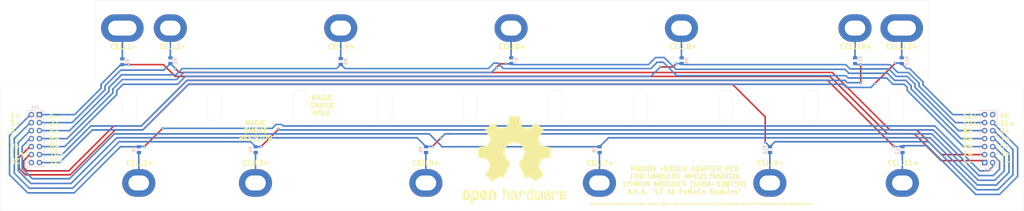
<source format=kicad_pcb>
(kicad_pcb (version 20171130) (host pcbnew "(5.1.9-0-10_14)")

  (general
    (thickness 1.6)
    (drawings 147)
    (tracks 298)
    (zones 0)
    (modules 29)
    (nets 29)
  )

  (page A4)
  (layers
    (0 F.Cu signal)
    (31 B.Cu signal)
    (32 B.Adhes user hide)
    (33 F.Adhes user hide)
    (34 B.Paste user)
    (35 F.Paste user hide)
    (36 B.SilkS user)
    (37 F.SilkS user)
    (38 B.Mask user)
    (39 F.Mask user)
    (40 Dwgs.User user)
    (41 Cmts.User user)
    (42 Eco1.User user)
    (43 Eco2.User user)
    (44 Edge.Cuts user)
    (45 Margin user)
    (46 B.CrtYd user)
    (47 F.CrtYd user)
    (48 B.Fab user)
    (49 F.Fab user)
  )

  (setup
    (last_trace_width 0.5)
    (user_trace_width 0.5)
    (user_trace_width 1)
    (trace_clearance 0.2)
    (zone_clearance 0.508)
    (zone_45_only no)
    (trace_min 0.2)
    (via_size 0.8)
    (via_drill 0.4)
    (via_min_size 0.4)
    (via_min_drill 0.3)
    (uvia_size 0.3)
    (uvia_drill 0.1)
    (uvias_allowed no)
    (uvia_min_size 0.2)
    (uvia_min_drill 0.1)
    (edge_width 0.05)
    (segment_width 0.2)
    (pcb_text_width 0.3)
    (pcb_text_size 1.5 1.5)
    (mod_edge_width 0.12)
    (mod_text_size 1 1)
    (mod_text_width 0.15)
    (pad_size 1.524 1.524)
    (pad_drill 0.762)
    (pad_to_mask_clearance 0)
    (aux_axis_origin 0 0)
    (visible_elements FFFFFF7F)
    (pcbplotparams
      (layerselection 0x010e4_ffffffff)
      (usegerberextensions false)
      (usegerberattributes true)
      (usegerberadvancedattributes true)
      (creategerberjobfile true)
      (excludeedgelayer true)
      (linewidth 0.100000)
      (plotframeref false)
      (viasonmask false)
      (mode 1)
      (useauxorigin false)
      (hpglpennumber 1)
      (hpglpenspeed 20)
      (hpglpendiameter 15.000000)
      (psnegative false)
      (psa4output false)
      (plotreference true)
      (plotvalue true)
      (plotinvisibletext false)
      (padsonsilk false)
      (subtractmaskfromsilk false)
      (outputformat 1)
      (mirror false)
      (drillshape 0)
      (scaleselection 1)
      (outputdirectory "../Manufacturing/Gerbers (as ordered)/"))
  )

  (net 0 "")
  (net 1 /CELL01n_CONN)
  (net 2 /CELL01p_CONN)
  (net 3 /CELL02p_CONN)
  (net 4 /CELL03p_CONN)
  (net 5 /CELL04p_CONN)
  (net 6 /CELL05p_CONN)
  (net 7 /CELL06p_CONN)
  (net 8 /CELL07p_CONN)
  (net 9 /CELL08p_CONN)
  (net 10 /CELL09p_CONN)
  (net 11 /CELL10p_CONN)
  (net 12 /CELL11p_CONN)
  (net 13 /CELL12p_CONN)
  (net 14 "Net-(J13-Pad14)")
  (net 15 "Net-(J14-Pad14)")
  (net 16 /CELL10p)
  (net 17 /CELL11p)
  (net 18 /CELL12p)
  (net 19 /CELL01n)
  (net 20 /CELL01p)
  (net 21 /CELL02p)
  (net 22 /CELL03p)
  (net 23 /CELL04p)
  (net 24 /CELL05p)
  (net 25 /CELL06p)
  (net 26 /CELL07p)
  (net 27 /CELL08p)
  (net 28 /CELL09p)

  (net_class Default "This is the default net class."
    (clearance 0.2)
    (trace_width 0.25)
    (via_dia 0.8)
    (via_drill 0.4)
    (uvia_dia 0.3)
    (uvia_drill 0.1)
    (add_net /CELL01n)
    (add_net /CELL01n_CONN)
    (add_net /CELL01p)
    (add_net /CELL01p_CONN)
    (add_net /CELL02p)
    (add_net /CELL02p_CONN)
    (add_net /CELL03p)
    (add_net /CELL03p_CONN)
    (add_net /CELL04p)
    (add_net /CELL04p_CONN)
    (add_net /CELL05p)
    (add_net /CELL05p_CONN)
    (add_net /CELL06p)
    (add_net /CELL06p_CONN)
    (add_net /CELL07p)
    (add_net /CELL07p_CONN)
    (add_net /CELL08p)
    (add_net /CELL08p_CONN)
    (add_net /CELL09p)
    (add_net /CELL09p_CONN)
    (add_net /CELL10p)
    (add_net /CELL10p_CONN)
    (add_net /CELL11p)
    (add_net /CELL11p_CONN)
    (add_net /CELL12p)
    (add_net /CELL12p_CONN)
    (add_net "Net-(J13-Pad14)")
    (add_net "Net-(J14-Pad14)")
  )

  (module Symbol:OSHW-Logo2_36.5x30mm_SilkScreen (layer F.Cu) (tedit 0) (tstamp 6303772D)
    (at 194.75 123.75)
    (descr "Open Source Hardware Symbol")
    (tags "Logo Symbol OSHW")
    (attr virtual)
    (fp_text reference REF** (at 0 0) (layer F.SilkS) hide
      (effects (font (size 1 1) (thickness 0.15)))
    )
    (fp_text value OSHW-Logo2_36.5x30mm_SilkScreen (at 0.75 0) (layer F.Fab) hide
      (effects (font (size 1 1) (thickness 0.15)))
    )
    (fp_poly (pts (xy -12.070251 9.654758) (xy -11.791375 9.793806) (xy -11.54523 10.049827) (xy -11.477443 10.14466)
      (xy -11.403594 10.268751) (xy -11.35568 10.403531) (xy -11.328268 10.583411) (xy -11.315928 10.842805)
      (xy -11.313218 11.185252) (xy -11.325455 11.654539) (xy -11.36799 12.006896) (xy -11.449558 12.26977)
      (xy -11.578896 12.470607) (xy -11.76474 12.636853) (xy -11.778395 12.646696) (xy -11.961549 12.747384)
      (xy -12.182101 12.797201) (xy -12.462595 12.809483) (xy -12.918582 12.809483) (xy -12.918774 13.252143)
      (xy -12.923017 13.498675) (xy -12.948874 13.643284) (xy -13.016446 13.730014) (xy -13.14583 13.802911)
      (xy -13.176902 13.817804) (xy -13.322308 13.887597) (xy -13.43489 13.931679) (xy -13.518604 13.935486)
      (xy -13.577405 13.884453) (xy -13.615249 13.764017) (xy -13.636093 13.559614) (xy -13.643891 13.25668)
      (xy -13.6426 12.840651) (xy -13.636177 12.296963) (xy -13.634171 12.134339) (xy -13.626944 11.573755)
      (xy -13.62047 11.207053) (xy -12.918966 11.207053) (xy -12.915023 11.518315) (xy -12.8975 11.721967)
      (xy -12.857855 11.856288) (xy -12.787547 11.959559) (xy -12.739812 12.009927) (xy -12.544662 12.157303)
      (xy -12.371882 12.169299) (xy -12.1936 12.047595) (xy -12.189081 12.043104) (xy -12.116544 11.949045)
      (xy -12.072418 11.821211) (xy -12.05016 11.624345) (xy -12.043229 11.323189) (xy -12.043104 11.25647)
      (xy -12.059854 10.841458) (xy -12.11438 10.553763) (xy -12.213089 10.378135) (xy -12.36239 10.299323)
      (xy -12.448679 10.291379) (xy -12.653474 10.32865) (xy -12.793948 10.451371) (xy -12.878506 10.675904)
      (xy -12.915551 11.018614) (xy -12.918966 11.207053) (xy -13.62047 11.207053) (xy -13.619284 11.139881)
      (xy -13.609383 10.813455) (xy -13.595436 10.575219) (xy -13.575635 10.40591) (xy -13.548174 10.286269)
      (xy -13.511247 10.197034) (xy -13.463046 10.118944) (xy -13.442378 10.08956) (xy -13.168219 9.811992)
      (xy -12.821587 9.654618) (xy -12.420616 9.610744) (xy -12.070251 9.654758)) (layer F.SilkS) (width 0.01))
    (fp_poly (pts (xy -6.456427 9.694298) (xy -6.222193 9.829785) (xy -6.059339 9.964267) (xy -5.940234 10.105164)
      (xy -5.858181 10.277468) (xy -5.806485 10.506171) (xy -5.77845 10.816266) (xy -5.767379 11.232744)
      (xy -5.766092 11.532128) (xy -5.766092 12.634149) (xy -6.076293 12.773208) (xy -6.386494 12.912268)
      (xy -6.422989 11.705237) (xy -6.438068 11.254449) (xy -6.453887 10.927252) (xy -6.473486 10.701278)
      (xy -6.499908 10.554161) (xy -6.536192 10.463532) (xy -6.585381 10.407024) (xy -6.601163 10.394793)
      (xy -6.840281 10.299266) (xy -7.081982 10.337067) (xy -7.225862 10.437356) (xy -7.284389 10.508424)
      (xy -7.324902 10.601681) (xy -7.350649 10.743058) (xy -7.364878 10.958486) (xy -7.37084 11.273896)
      (xy -7.371839 11.602605) (xy -7.372035 12.014999) (xy -7.379097 12.306903) (xy -7.402732 12.503776)
      (xy -7.45265 12.631077) (xy -7.538561 12.714266) (xy -7.670171 12.778801) (xy -7.845958 12.845861)
      (xy -8.037949 12.918856) (xy -8.015095 11.623365) (xy -8.005892 11.156347) (xy -7.995124 10.811225)
      (xy -7.979693 10.563921) (xy -7.956496 10.390363) (xy -7.922432 10.266474) (xy -7.874402 10.168182)
      (xy -7.816496 10.08146) (xy -7.537121 9.804425) (xy -7.196219 9.644222) (xy -6.825438 9.605847)
      (xy -6.456427 9.694298)) (layer F.SilkS) (width 0.01))
    (fp_poly (pts (xy -14.879449 9.665037) (xy -14.537347 9.84492) (xy -14.284873 10.134416) (xy -14.195189 10.320533)
      (xy -14.125402 10.59998) (xy -14.089678 10.953067) (xy -14.086291 11.338428) (xy -14.113513 11.714698)
      (xy -14.169617 12.040513) (xy -14.252875 12.274507) (xy -14.278463 12.314806) (xy -14.581546 12.615622)
      (xy -14.941533 12.795793) (xy -15.332152 12.84852) (xy -15.727131 12.767005) (xy -15.837051 12.718134)
      (xy -16.05111 12.56753) (xy -16.23898 12.367837) (xy -16.256735 12.342511) (xy -16.328903 12.220453)
      (xy -16.376608 12.089976) (xy -16.40479 11.918212) (xy -16.418389 11.672295) (xy -16.422345 11.319359)
      (xy -16.422414 11.24023) (xy -16.422232 11.215048) (xy -15.692529 11.215048) (xy -15.688282 11.548141)
      (xy -15.671569 11.769185) (xy -15.636437 11.911962) (xy -15.576929 12.010255) (xy -15.546552 12.043104)
      (xy -15.371911 12.16793) (xy -15.202354 12.162237) (xy -15.030914 12.05396) (xy -14.928662 11.938366)
      (xy -14.868105 11.769644) (xy -14.834098 11.503582) (xy -14.831765 11.472551) (xy -14.825961 10.990367)
      (xy -14.886626 10.63225) (xy -15.012939 10.4004) (xy -15.204081 10.297017) (xy -15.272311 10.291379)
      (xy -15.451473 10.319732) (xy -15.574025 10.417959) (xy -15.648956 10.605815) (xy -15.685252 10.903055)
      (xy -15.692529 11.215048) (xy -16.422232 11.215048) (xy -16.419695 10.864147) (xy -16.408281 10.601372)
      (xy -16.383279 10.419286) (xy -16.339803 10.28527) (xy -16.272961 10.166704) (xy -16.25819 10.14466)
      (xy -16.009921 9.847517) (xy -15.739396 9.675021) (xy -15.410048 9.606547) (xy -15.298209 9.603202)
      (xy -14.879449 9.665037)) (layer F.SilkS) (width 0.01))
    (fp_poly (pts (xy -9.211121 9.711691) (xy -8.923356 9.905279) (xy -8.700973 10.184873) (xy -8.568127 10.540663)
      (xy -8.541258 10.802537) (xy -8.54431 10.911816) (xy -8.56986 10.995486) (xy -8.640097 11.070447)
      (xy -8.77721 11.153599) (xy -9.003388 11.261844) (xy -9.34082 11.412082) (xy -9.342529 11.412836)
      (xy -9.653124 11.555093) (xy -9.907819 11.681414) (xy -10.080583 11.778199) (xy -10.145385 11.83185)
      (xy -10.145402 11.832282) (xy -10.088288 11.949111) (xy -9.954727 12.077886) (xy -9.801395 12.170653)
      (xy -9.723712 12.189081) (xy -9.511777 12.125346) (xy -9.329268 11.965728) (xy -9.240218 11.790234)
      (xy -9.15455 11.660857) (xy -8.986743 11.513522) (xy -8.789481 11.38624) (xy -8.615449 11.317022)
      (xy -8.579057 11.313219) (xy -8.538093 11.375802) (xy -8.535625 11.535778) (xy -8.565729 11.751482)
      (xy -8.622484 11.981252) (xy -8.699966 12.183424) (xy -8.703879 12.191273) (xy -8.937047 12.516835)
      (xy -9.23924 12.738277) (xy -9.582432 12.846966) (xy -9.9386 12.834265) (xy -10.279719 12.691541)
      (xy -10.294887 12.681505) (xy -10.563225 12.438316) (xy -10.73967 12.121023) (xy -10.837316 11.703815)
      (xy -10.850421 11.586597) (xy -10.87363 11.033324) (xy -10.845806 10.775311) (xy -10.145402 10.775311)
      (xy -10.136302 10.936257) (xy -10.086527 10.983228) (xy -9.962436 10.948088) (xy -9.766833 10.865022)
      (xy -9.548186 10.760898) (xy -9.542752 10.758141) (xy -9.357426 10.660662) (xy -9.283047 10.59561)
      (xy -9.301388 10.527413) (xy -9.378618 10.437804) (xy -9.5751 10.308127) (xy -9.786694 10.298599)
      (xy -9.976493 10.392973) (xy -10.107589 10.575004) (xy -10.145402 10.775311) (xy -10.845806 10.775311)
      (xy -10.825891 10.590652) (xy -10.703414 10.239572) (xy -10.53291 9.993619) (xy -10.225163 9.745074)
      (xy -9.886179 9.621778) (xy -9.540114 9.613921) (xy -9.211121 9.711691)) (layer F.SilkS) (width 0.01))
    (fp_poly (pts (xy -3.138506 9.309643) (xy -3.117116 9.607969) (xy -3.092548 9.783766) (xy -3.058503 9.860447)
      (xy -3.008683 9.861428) (xy -2.992529 9.852274) (xy -2.777651 9.785995) (xy -2.498138 9.789865)
      (xy -2.213964 9.857998) (xy -2.036225 9.946139) (xy -1.853987 10.086946) (xy -1.720767 10.246297)
      (xy -1.629313 10.448774) (xy -1.572376 10.718964) (xy -1.542703 11.08145) (xy -1.533045 11.560816)
      (xy -1.532872 11.652774) (xy -1.532759 12.68572) (xy -1.762616 12.765849) (xy -1.92587 12.820361)
      (xy -2.015439 12.845742) (xy -2.018076 12.845977) (xy -2.026896 12.77715) (xy -2.034403 12.587308)
      (xy -2.040025 12.301412) (xy -2.043191 11.944422) (xy -2.043678 11.727378) (xy -2.044694 11.299432)
      (xy -2.049921 10.99272) (xy -2.062633 10.782501) (xy -2.086101 10.644034) (xy -2.123597 10.552579)
      (xy -2.178394 10.483397) (xy -2.212607 10.450079) (xy -2.447628 10.315821) (xy -2.704089 10.305767)
      (xy -2.936776 10.419312) (xy -2.979806 10.460308) (xy -3.042921 10.537393) (xy -3.086699 10.628828)
      (xy -3.114645 10.761037) (xy -3.130259 10.960442) (xy -3.137045 11.253464) (xy -3.138506 11.657478)
      (xy -3.138506 12.68572) (xy -3.368363 12.765849) (xy -3.531617 12.820361) (xy -3.621187 12.845742)
      (xy -3.623823 12.845977) (xy -3.630563 12.77612) (xy -3.636638 12.579076) (xy -3.641806 12.273633)
      (xy -3.645822 11.878581) (xy -3.648442 11.412707) (xy -3.649424 10.894801) (xy -3.649425 10.871764)
      (xy -3.649425 8.897551) (xy -3.412213 8.797492) (xy -3.175 8.697433) (xy -3.138506 9.309643)) (layer F.SilkS) (width 0.01))
    (fp_poly (pts (xy 0.199861 9.810901) (xy 0.485857 9.917104) (xy 0.489129 9.919146) (xy 0.666008 10.049325)
      (xy 0.796589 10.201459) (xy 0.888428 10.399718) (xy 0.949084 10.668272) (xy 0.986113 11.031292)
      (xy 1.007073 11.512949) (xy 1.00891 11.581571) (xy 1.035299 12.616303) (xy 0.813228 12.73114)
      (xy 0.652545 12.808745) (xy 0.555525 12.845516) (xy 0.551038 12.845977) (xy 0.534249 12.778126)
      (xy 0.520912 12.595103) (xy 0.512708 12.327702) (xy 0.510919 12.111174) (xy 0.510878 11.760406)
      (xy 0.494843 11.540128) (xy 0.438949 11.435063) (xy 0.319331 11.429937) (xy 0.112123 11.509475)
      (xy -0.200718 11.655681) (xy -0.430758 11.777113) (xy -0.549073 11.882466) (xy -0.583855 11.99729)
      (xy -0.583908 12.002973) (xy -0.526512 12.200777) (xy -0.356576 12.307637) (xy -0.096505 12.323115)
      (xy 0.090824 12.32043) (xy 0.189598 12.374383) (xy 0.251196 12.503977) (xy 0.286648 12.669081)
      (xy 0.235557 12.762761) (xy 0.21632 12.776169) (xy 0.035207 12.830015) (xy -0.218418 12.837638)
      (xy -0.479609 12.801946) (xy -0.664687 12.73672) (xy -0.92057 12.519463) (xy -1.066023 12.217041)
      (xy -1.094828 11.980769) (xy -1.072845 11.767655) (xy -0.993299 11.593691) (xy -0.835791 11.439181)
      (xy -0.579922 11.28443) (xy -0.205294 11.109743) (xy -0.182471 11.09987) (xy 0.154993 10.943971)
      (xy 0.363235 10.816115) (xy 0.452493 10.701221) (xy 0.433008 10.584208) (xy 0.315017 10.449996)
      (xy 0.279734 10.419109) (xy 0.043398 10.299353) (xy -0.201486 10.304395) (xy -0.414759 10.42181)
      (xy -0.55626 10.639172) (xy -0.569408 10.681836) (xy -0.697443 10.88876) (xy -0.859907 10.98843)
      (xy -1.094828 11.087206) (xy -1.094828 10.831645) (xy -1.023367 10.460181) (xy -0.811262 10.11946)
      (xy -0.700887 10.005477) (xy -0.449987 9.859184) (xy -0.130912 9.79296) (xy 0.199861 9.810901)) (layer F.SilkS) (width 0.01))
    (fp_poly (pts (xy 2.664857 9.8048) (xy 2.996413 9.927149) (xy 3.265024 10.143549) (xy 3.370079 10.29588)
      (xy 3.484606 10.575402) (xy 3.482227 10.777515) (xy 3.36202 10.913446) (xy 3.317543 10.93656)
      (xy 3.12551 11.008626) (xy 3.02744 10.990163) (xy 2.994222 10.869146) (xy 2.992529 10.802299)
      (xy 2.931714 10.556371) (xy 2.773202 10.384336) (xy 2.552885 10.301245) (xy 2.306658 10.322153)
      (xy 2.106505 10.43074) (xy 2.038902 10.49268) (xy 1.990984 10.567823) (xy 1.958615 10.681413)
      (xy 1.937659 10.858691) (xy 1.923981 11.124899) (xy 1.913445 11.505279) (xy 1.910717 11.625719)
      (xy 1.900766 12.037737) (xy 1.889453 12.327721) (xy 1.872486 12.519582) (xy 1.845576 12.637233)
      (xy 1.804432 12.704587) (xy 1.744765 12.745557) (xy 1.706564 12.763657) (xy 1.544333 12.82555)
      (xy 1.448835 12.845977) (xy 1.41728 12.777757) (xy 1.398019 12.571509) (xy 1.390949 12.224852)
      (xy 1.395966 11.735406) (xy 1.397528 11.659914) (xy 1.408552 11.213372) (xy 1.421588 10.887308)
      (xy 1.440138 10.656229) (xy 1.467705 10.494644) (xy 1.507792 10.377062) (xy 1.563902 10.27799)
      (xy 1.593254 10.235537) (xy 1.761548 10.0477) (xy 1.949775 9.901595) (xy 1.972819 9.888841)
      (xy 2.310333 9.788149) (xy 2.664857 9.8048)) (layer F.SilkS) (width 0.01))
    (fp_poly (pts (xy 5.984785 10.386139) (xy 5.983858 10.931653) (xy 5.98027 11.351298) (xy 5.972506 11.665176)
      (xy 5.959055 11.893388) (xy 5.938404 12.056038) (xy 5.90904 12.173228) (xy 5.869452 12.26506)
      (xy 5.839475 12.317478) (xy 5.591224 12.601736) (xy 5.276471 12.779912) (xy 4.928228 12.843846)
      (xy 4.579511 12.785374) (xy 4.371857 12.680298) (xy 4.153862 12.498529) (xy 4.005291 12.276531)
      (xy 3.915652 11.985801) (xy 3.874453 11.597838) (xy 3.868618 11.313219) (xy 3.869405 11.292765)
      (xy 4.37931 11.292765) (xy 4.382425 11.619144) (xy 4.396694 11.835201) (xy 4.429511 11.976546)
      (xy 4.488264 12.078784) (xy 4.558464 12.155904) (xy 4.794219 12.304763) (xy 5.04735 12.317479)
      (xy 5.286589 12.193198) (xy 5.30521 12.176358) (xy 5.384686 12.088756) (xy 5.43452 11.984529)
      (xy 5.461499 11.829404) (xy 5.472412 11.58911) (xy 5.474138 11.323447) (xy 5.470397 10.989701)
      (xy 5.454911 10.767055) (xy 5.421285 10.620733) (xy 5.363126 10.515955) (xy 5.315438 10.460308)
      (xy 5.093907 10.319963) (xy 4.838769 10.303088) (xy 4.595238 10.410284) (xy 4.548239 10.450079)
      (xy 4.468232 10.538454) (xy 4.418296 10.643755) (xy 4.391483 10.800627) (xy 4.380848 11.043719)
      (xy 4.37931 11.292765) (xy 3.869405 11.292765) (xy 3.886259 10.854868) (xy 3.946179 10.510489)
      (xy 4.058869 10.25158) (xy 4.234821 10.04964) (xy 4.371857 9.946139) (xy 4.62094 9.834321)
      (xy 4.909637 9.782419) (xy 5.177998 9.796312) (xy 5.328161 9.852357) (xy 5.387088 9.868307)
      (xy 5.426191 9.808837) (xy 5.453487 9.649471) (xy 5.474138 9.406718) (xy 5.496747 9.136353)
      (xy 5.528153 8.973687) (xy 5.585298 8.880669) (xy 5.685126 8.819248) (xy 5.747845 8.792048)
      (xy 5.985057 8.692679) (xy 5.984785 10.386139)) (layer F.SilkS) (width 0.01))
    (fp_poly (pts (xy 8.950309 9.8496) (xy 8.961448 10.041633) (xy 8.970177 10.333477) (xy 8.975787 10.702053)
      (xy 8.977586 11.088639) (xy 8.977586 12.396817) (xy 8.746612 12.627792) (xy 8.587444 12.770117)
      (xy 8.447723 12.827768) (xy 8.256755 12.824119) (xy 8.180951 12.814834) (xy 7.944025 12.787815)
      (xy 7.748055 12.772332) (xy 7.700287 12.770903) (xy 7.539248 12.780256) (xy 7.308928 12.803735)
      (xy 7.219624 12.814834) (xy 7.000285 12.832002) (xy 6.852883 12.794712) (xy 6.706724 12.679587)
      (xy 6.653963 12.627792) (xy 6.422988 12.396817) (xy 6.422988 9.949868) (xy 6.608894 9.865164)
      (xy 6.768974 9.802424) (xy 6.86263 9.78046) (xy 6.886643 9.849875) (xy 6.909087 10.043826)
      (xy 6.928466 10.340871) (xy 6.943285 10.719569) (xy 6.950432 11.039512) (xy 6.970402 12.298563)
      (xy 7.144619 12.323196) (xy 7.303073 12.305973) (xy 7.380714 12.250208) (xy 7.402417 12.145947)
      (xy 7.420946 11.923859) (xy 7.434828 11.612086) (xy 7.442591 11.238767) (xy 7.44371 11.046652)
      (xy 7.444828 9.940717) (xy 7.674685 9.860589) (xy 7.837373 9.806109) (xy 7.925868 9.780702)
      (xy 7.928421 9.78046) (xy 7.937299 9.849523) (xy 7.947057 10.041027) (xy 7.956878 10.331448)
      (xy 7.96594 10.697261) (xy 7.972271 11.039512) (xy 7.992241 12.298563) (xy 8.430172 12.298563)
      (xy 8.450268 11.149913) (xy 8.470364 10.001262) (xy 8.683856 9.890861) (xy 8.841483 9.815049)
      (xy 8.934775 9.780646) (xy 8.937467 9.78046) (xy 8.950309 9.8496)) (layer F.SilkS) (width 0.01))
    (fp_poly (pts (xy 10.786016 9.837891) (xy 10.996172 9.933484) (xy 11.161124 10.049314) (xy 11.281986 10.17883)
      (xy 11.365431 10.345908) (xy 11.418133 10.574423) (xy 11.446767 10.888252) (xy 11.458008 11.311269)
      (xy 11.459195 11.589832) (xy 11.459195 12.676569) (xy 11.27329 12.761273) (xy 11.126865 12.82318)
      (xy 11.054324 12.845977) (xy 11.040446 12.778142) (xy 11.029437 12.595236) (xy 11.022696 12.328158)
      (xy 11.021264 12.116092) (xy 11.015114 11.809719) (xy 10.998531 11.566669) (xy 10.974316 11.417836)
      (xy 10.95508 11.386207) (xy 10.825778 11.418506) (xy 10.622793 11.501349) (xy 10.387755 11.613653)
      (xy 10.162293 11.734337) (xy 9.988038 11.84232) (xy 9.906619 11.916519) (xy 9.906297 11.917322)
      (xy 9.9133 12.054642) (xy 9.976098 12.18573) (xy 10.086352 12.292203) (xy 10.247273 12.327815)
      (xy 10.384802 12.323665) (xy 10.579586 12.320612) (xy 10.681831 12.366246) (xy 10.743237 12.486814)
      (xy 10.75098 12.50955) (xy 10.7776 12.681496) (xy 10.706413 12.7859) (xy 10.52086 12.835657)
      (xy 10.32042 12.84486) (xy 9.959725 12.776645) (xy 9.773006 12.679226) (xy 9.542406 12.450369)
      (xy 9.420108 12.169456) (xy 9.409134 11.872628) (xy 9.512503 11.596027) (xy 9.667991 11.422701)
      (xy 9.823234 11.325663) (xy 10.067238 11.202812) (xy 10.35158 11.078229) (xy 10.398975 11.059192)
      (xy 10.711303 10.921362) (xy 10.891347 10.799885) (xy 10.949251 10.679119) (xy 10.895159 10.543425)
      (xy 10.802299 10.437356) (xy 10.582818 10.306755) (xy 10.341325 10.296959) (xy 10.119859 10.397602)
      (xy 9.960464 10.598316) (xy 9.939543 10.6501) (xy 9.817739 10.840563) (xy 9.639912 10.981963)
      (xy 9.415517 11.098002) (xy 9.415517 10.768961) (xy 9.428725 10.567919) (xy 9.485354 10.409466)
      (xy 9.610917 10.240408) (xy 9.731454 10.11019) (xy 9.918886 9.925805) (xy 10.064514 9.826756)
      (xy 10.22093 9.787025) (xy 10.397983 9.78046) (xy 10.786016 9.837891)) (layer F.SilkS) (width 0.01))
    (fp_poly (pts (xy 13.339224 9.850046) (xy 13.426463 9.888173) (xy 13.634692 10.053088) (xy 13.812756 10.291544)
      (xy 13.922881 10.546016) (xy 13.940805 10.671469) (xy 13.880713 10.846617) (xy 13.748901 10.939293)
      (xy 13.607577 10.99541) (xy 13.542865 11.00575) (xy 13.511355 10.930707) (xy 13.449135 10.767403)
      (xy 13.421837 10.693614) (xy 13.268771 10.438369) (xy 13.047153 10.311057) (xy 12.762982 10.314972)
      (xy 12.741934 10.319986) (xy 12.59022 10.391917) (xy 12.478685 10.532147) (xy 12.402506 10.757908)
      (xy 12.356861 11.086427) (xy 12.336926 11.534934) (xy 12.335057 11.773584) (xy 12.33413 12.149783)
      (xy 12.328056 12.406237) (xy 12.311899 12.569181) (xy 12.28072 12.664845) (xy 12.229582 12.719464)
      (xy 12.153547 12.759269) (xy 12.149152 12.761273) (xy 12.002727 12.82318) (xy 11.930186 12.845977)
      (xy 11.91904 12.777055) (xy 11.909498 12.58655) (xy 11.902247 12.298852) (xy 11.897977 11.938353)
      (xy 11.897126 11.674536) (xy 11.901469 11.164032) (xy 11.918455 10.776742) (xy 11.954018 10.49006)
      (xy 12.014094 10.281379) (xy 12.10462 10.12809) (xy 12.231529 10.007586) (xy 12.356848 9.923482)
      (xy 12.658186 9.811548) (xy 13.008893 9.786302) (xy 13.339224 9.850046)) (layer F.SilkS) (width 0.01))
    (fp_poly (pts (xy 15.858597 9.89135) (xy 16.147374 10.080085) (xy 16.28666 10.249044) (xy 16.397009 10.555638)
      (xy 16.405773 10.798245) (xy 16.385919 11.12264) (xy 15.637787 11.450097) (xy 15.274026 11.617395)
      (xy 15.036343 11.751975) (xy 14.912753 11.868541) (xy 14.891276 11.9818) (xy 14.95993 12.106456)
      (xy 15.035632 12.189081) (xy 15.255907 12.321584) (xy 15.495491 12.330868) (xy 15.71553 12.227602)
      (xy 15.877171 12.022458) (xy 15.906082 11.950019) (xy 16.044563 11.723772) (xy 16.203882 11.627351)
      (xy 16.422414 11.544864) (xy 16.422414 11.857585) (xy 16.403094 12.070389) (xy 16.327414 12.249845)
      (xy 16.168795 12.455891) (xy 16.145219 12.482666) (xy 15.968782 12.665979) (xy 15.817118 12.764355)
      (xy 15.627374 12.809613) (xy 15.470076 12.824434) (xy 15.188716 12.828127) (xy 14.988425 12.781337)
      (xy 14.863474 12.711868) (xy 14.667094 12.559102) (xy 14.531158 12.393886) (xy 14.445129 12.186103)
      (xy 14.398469 11.905635) (xy 14.38064 11.522366) (xy 14.379217 11.327841) (xy 14.384056 11.094632)
      (xy 14.824748 11.094632) (xy 14.829859 11.219741) (xy 14.842598 11.24023) (xy 14.926664 11.212396)
      (xy 15.107576 11.138733) (xy 15.349368 11.034002) (xy 15.399932 11.011492) (xy 15.705508 10.856106)
      (xy 15.873868 10.719538) (xy 15.910869 10.591622) (xy 15.822367 10.462191) (xy 15.749277 10.405001)
      (xy 15.48554 10.290625) (xy 15.23869 10.309521) (xy 15.032031 10.449129) (xy 14.888869 10.696883)
      (xy 14.84297 10.893535) (xy 14.824748 11.094632) (xy 14.384056 11.094632) (xy 14.388648 10.873378)
      (xy 14.423397 10.537133) (xy 14.492235 10.292289) (xy 14.60393 10.112028) (xy 14.767253 9.969532)
      (xy 14.838457 9.923482) (xy 15.161906 9.803554) (xy 15.51603 9.796008) (xy 15.858597 9.89135)) (layer F.SilkS) (width 0.01))
    (fp_poly (pts (xy 0.522534 -13.867505) (xy 0.917515 -13.865342) (xy 1.203368 -13.859487) (xy 1.398517 -13.848095)
      (xy 1.521385 -13.829325) (xy 1.590398 -13.801334) (xy 1.623979 -13.762279) (xy 1.640552 -13.710318)
      (xy 1.642163 -13.703592) (xy 1.667338 -13.582217) (xy 1.713937 -13.342738) (xy 1.777113 -13.010643)
      (xy 1.852018 -12.611423) (xy 1.933804 -12.170566) (xy 1.93666 -12.155083) (xy 2.018583 -11.723046)
      (xy 2.095232 -11.341328) (xy 2.161659 -11.032822) (xy 2.212918 -10.820423) (xy 2.244064 -10.727025)
      (xy 2.245549 -10.72537) (xy 2.337298 -10.679761) (xy 2.526464 -10.603758) (xy 2.772195 -10.513768)
      (xy 2.773563 -10.513287) (xy 3.083081 -10.396945) (xy 3.447989 -10.24874) (xy 3.791953 -10.099728)
      (xy 3.808232 -10.09236) (xy 4.368475 -9.838086) (xy 5.609046 -10.685257) (xy 5.989614 -10.94352)
      (xy 6.334352 -11.174407) (xy 6.623287 -11.36479) (xy 6.836447 -11.501537) (xy 6.95386 -11.571518)
      (xy 6.96501 -11.576708) (xy 7.050336 -11.553601) (xy 7.209703 -11.44211) (xy 7.449327 -11.236978)
      (xy 7.775423 -10.932948) (xy 8.108321 -10.609488) (xy 8.429235 -10.290746) (xy 8.716452 -9.999885)
      (xy 8.952681 -9.754869) (xy 9.120632 -9.573659) (xy 9.203014 -9.474217) (xy 9.206079 -9.469098)
      (xy 9.215186 -9.400859) (xy 9.180876 -9.289416) (xy 9.094672 -9.119721) (xy 8.948098 -8.876722)
      (xy 8.732676 -8.545372) (xy 8.445499 -8.118811) (xy 8.190634 -7.743362) (xy 7.962807 -7.406626)
      (xy 7.775181 -7.128151) (xy 7.640923 -6.927488) (xy 7.573199 -6.824187) (xy 7.568936 -6.817174)
      (xy 7.577204 -6.718198) (xy 7.639882 -6.525828) (xy 7.744495 -6.276421) (xy 7.78178 -6.196772)
      (xy 7.944465 -5.841935) (xy 8.11803 -5.439316) (xy 8.259022 -5.090948) (xy 8.360617 -4.83239)
      (xy 8.441314 -4.635896) (xy 8.487945 -4.5332) (xy 8.493743 -4.525287) (xy 8.579506 -4.51218)
      (xy 8.781672 -4.476266) (xy 9.073358 -4.422658) (xy 9.427686 -4.356467) (xy 9.817775 -4.282808)
      (xy 10.216744 -4.206792) (xy 10.597713 -4.13353) (xy 10.933801 -4.068137) (xy 11.198129 -4.015724)
      (xy 11.363815 -3.981403) (xy 11.404454 -3.971699) (xy 11.446433 -3.947749) (xy 11.478121 -3.89366)
      (xy 11.500944 -3.791172) (xy 11.516328 -3.622028) (xy 11.525699 -3.367971) (xy 11.530481 -3.010743)
      (xy 11.5321 -2.532087) (xy 11.532184 -2.335888) (xy 11.532184 -0.740234) (xy 11.148994 -0.664601)
      (xy 10.935805 -0.62359) (xy 10.617674 -0.563727) (xy 10.233288 -0.492233) (xy 9.821336 -0.416332)
      (xy 9.707471 -0.395484) (xy 9.327331 -0.321574) (xy 8.99617 -0.248895) (xy 8.741784 -0.184178)
      (xy 8.591969 -0.134156) (xy 8.567013 -0.119247) (xy 8.505733 -0.013664) (xy 8.417869 0.190924)
      (xy 8.320432 0.454208) (xy 8.301105 0.51092) (xy 8.1734 0.862544) (xy 8.014884 1.259286)
      (xy 7.859759 1.615562) (xy 7.858995 1.617216) (xy 7.600668 2.176099) (xy 8.450285 3.425839)
      (xy 9.299901 4.67558) (xy 8.209053 5.76825) (xy 7.879121 6.093452) (xy 7.578197 6.380121)
      (xy 7.323182 6.612954) (xy 7.130977 6.776645) (xy 7.018483 6.855892) (xy 7.002346 6.86092)
      (xy 6.9076 6.821324) (xy 6.714269 6.71124) (xy 6.443472 6.543725) (xy 6.11633 6.331836)
      (xy 5.76263 6.09454) (xy 5.403653 5.852495) (xy 5.083588 5.641878) (xy 4.822762 5.475646)
      (xy 4.6415 5.366756) (xy 4.560394 5.328161) (xy 4.46144 5.36082) (xy 4.273797 5.446876)
      (xy 4.036169 5.56845) (xy 4.010979 5.581963) (xy 3.690978 5.74245) (xy 3.471545 5.821157)
      (xy 3.335069 5.821994) (xy 3.263938 5.748869) (xy 3.263524 5.747845) (xy 3.227969 5.661245)
      (xy 3.143172 5.455672) (xy 3.01571 5.147035) (xy 2.852156 4.751246) (xy 2.659085 4.284216)
      (xy 2.443072 3.761855) (xy 2.233876 3.256115) (xy 2.003969 2.697999) (xy 1.792876 2.18098)
      (xy 1.606922 1.720906) (xy 1.452436 1.333627) (xy 1.335743 1.034991) (xy 1.26317 0.840847)
      (xy 1.240805 0.768391) (xy 1.296891 0.685275) (xy 1.443596 0.552807) (xy 1.639221 0.406761)
      (xy 2.196334 -0.05512) (xy 2.631794 -0.584544) (xy 2.940384 -1.170359) (xy 3.116884 -1.801414)
      (xy 3.156076 -2.466557) (xy 3.127589 -2.773563) (xy 2.972374 -3.410516) (xy 2.705058 -3.972996)
      (xy 2.342222 -4.455456) (xy 1.900444 -4.852348) (xy 1.396306 -5.158125) (xy 0.846386 -5.367238)
      (xy 0.267264 -5.474139) (xy -0.324479 -5.473282) (xy -0.912264 -5.359119) (xy -1.479511 -5.126102)
      (xy -2.00964 -4.768682) (xy -2.23091 -4.566542) (xy -2.655277 -4.047481) (xy -2.950753 -3.480262)
      (xy -3.119305 -2.881417) (xy -3.1629 -2.267483) (xy -3.083505 -1.654992) (xy -2.883087 -1.060481)
      (xy -2.563613 -0.500483) (xy -2.127051 0.008467) (xy -1.639221 0.406761) (xy -1.436023 0.559006)
      (xy -1.292477 0.690037) (xy -1.240805 0.768515) (xy -1.26786 0.854097) (xy -1.344807 1.058547)
      (xy -1.465315 1.366017) (xy -1.623054 1.760658) (xy -1.811695 2.226623) (xy -2.024906 2.748064)
      (xy -2.234454 3.256239) (xy -2.465639 3.814833) (xy -2.679777 4.332461) (xy -2.870295 4.793216)
      (xy -3.030617 5.181188) (xy -3.154171 5.48047) (xy -3.234381 5.675152) (xy -3.264102 5.747845)
      (xy -3.334315 5.821694) (xy -3.470127 5.821477) (xy -3.689014 5.743315) (xy -4.008453 5.583324)
      (xy -4.010979 5.581963) (xy -4.251495 5.457804) (xy -4.445922 5.367363) (xy -4.555557 5.328519)
      (xy -4.560395 5.328161) (xy -4.642927 5.367561) (xy -4.825136 5.477124) (xy -5.086694 5.643893)
      (xy -5.407276 5.854909) (xy -5.76263 6.09454) (xy -6.124418 6.337168) (xy -6.45049 6.548174)
      (xy -6.719725 6.714502) (xy -6.911004 6.823095) (xy -7.002346 6.86092) (xy -7.086455 6.811204)
      (xy -7.255561 6.672259) (xy -7.492767 6.459385) (xy -7.781175 6.187882) (xy -8.103888 5.873054)
      (xy -8.209428 5.767874) (xy -9.300652 4.674828) (xy -8.470058 3.45585) (xy -8.217635 3.081513)
      (xy -7.996095 2.745549) (xy -7.817866 2.467423) (xy -7.695376 2.266597) (xy -7.641055 2.162535)
      (xy -7.639464 2.155132) (xy -7.668101 2.057046) (xy -7.745127 1.859737) (xy -7.857211 1.596272)
      (xy -7.935883 1.419886) (xy -8.082981 1.082191) (xy -8.221511 0.741022) (xy -8.32891 0.452758)
      (xy -8.358084 0.364943) (xy -8.440972 0.130434) (xy -8.521998 -0.050764) (xy -8.566502 -0.119247)
      (xy -8.664714 -0.161159) (xy -8.879065 -0.220574) (xy -9.181742 -0.290757) (xy -9.544933 -0.364976)
      (xy -9.707471 -0.395484) (xy -10.120217 -0.471329) (xy -10.516119 -0.544767) (xy -10.85649 -0.608578)
      (xy -11.102642 -0.655538) (xy -11.148994 -0.664601) (xy -11.532184 -0.740234) (xy -11.532184 -2.335888)
      (xy -11.531323 -2.860576) (xy -11.527791 -3.25755) (xy -11.520161 -3.545067) (xy -11.507009 -3.741384)
      (xy -11.486908 -3.864761) (xy -11.458432 -3.933453) (xy -11.420157 -3.965718) (xy -11.404454 -3.971699)
      (xy -11.309739 -3.992916) (xy -11.100489 -4.03525) (xy -10.803584 -4.093586) (xy -10.445904 -4.162813)
      (xy -10.05433 -4.237818) (xy -9.655743 -4.313489) (xy -9.277022 -4.384713) (xy -8.945048 -4.446378)
      (xy -8.686702 -4.493372) (xy -8.528863 -4.520583) (xy -8.493743 -4.525287) (xy -8.461926 -4.588241)
      (xy -8.391499 -4.755946) (xy -8.295629 -4.996668) (xy -8.259022 -5.090948) (xy -8.111371 -5.455196)
      (xy -7.9375 -5.857623) (xy -7.78178 -6.196772) (xy -7.667199 -6.456097) (xy -7.590967 -6.669185)
      (xy -7.56552 -6.799684) (xy -7.569577 -6.817174) (xy -7.623359 -6.899745) (xy -7.746163 -7.083392)
      (xy -7.924808 -7.348557) (xy -8.146114 -7.675685) (xy -8.396897 -8.04522) (xy -8.446486 -8.118164)
      (xy -8.73747 -8.550341) (xy -8.951369 -8.879435) (xy -9.09671 -9.120598) (xy -9.18202 -9.288981)
      (xy -9.215827 -9.399736) (xy -9.206659 -9.468016) (xy -9.206425 -9.468451) (xy -9.134268 -9.558135)
      (xy -8.974667 -9.731522) (xy -8.744923 -9.970636) (xy -8.462334 -10.257503) (xy -8.144198 -10.574148)
      (xy -8.108321 -10.609488) (xy -7.707394 -10.997742) (xy -7.397988 -11.282825) (xy -7.173889 -11.469995)
      (xy -7.02888 -11.564509) (xy -6.96501 -11.576708) (xy -6.871795 -11.523492) (xy -6.678357 -11.400566)
      (xy -6.404667 -11.221063) (xy -6.0707 -10.998111) (xy -5.696425 -10.744843) (xy -5.609046 -10.685257)
      (xy -4.368475 -9.838086) (xy -3.808232 -10.09236) (xy -3.467527 -10.240543) (xy -3.101809 -10.389574)
      (xy -2.787413 -10.508399) (xy -2.773563 -10.513287) (xy -2.527643 -10.603307) (xy -2.338073 -10.679427)
      (xy -2.245706 -10.725238) (xy -2.245549 -10.72537) (xy -2.21624 -10.808178) (xy -2.166419 -11.011832)
      (xy -2.101032 -11.313437) (xy -2.025024 -11.690102) (xy -1.943343 -12.118931) (xy -1.93666 -12.155083)
      (xy -1.854724 -12.596912) (xy -1.779505 -12.997974) (xy -1.715848 -13.332781) (xy -1.668603 -13.575842)
      (xy -1.642617 -13.70167) (xy -1.642163 -13.703592) (xy -1.626349 -13.757118) (xy -1.595597 -13.797531)
      (xy -1.531485 -13.826673) (xy -1.415587 -13.846388) (xy -1.229479 -13.858517) (xy -0.954737 -13.864903)
      (xy -0.572937 -13.867388) (xy -0.065654 -13.867815) (xy 0 -13.867816) (xy 0.522534 -13.867505)) (layer F.SilkS) (width 0.01))
  )

  (module Connector_PinHeader_2.54mm:PinHeader_2x07_P2.54mm_Vertical (layer B.Cu) (tedit 59FED5CC) (tstamp 63030651)
    (at 343.79 124.63)
    (descr "Through hole straight pin header, 2x07, 2.54mm pitch, double rows")
    (tags "Through hole pin header THT 2x07 2.54mm double row")
    (path /6302995F)
    (fp_text reference J13 (at 1.27 2.33) (layer B.SilkS)
      (effects (font (size 1 1) (thickness 0.15)) (justify mirror))
    )
    (fp_text value Conn_02x07_Odd_Even (at 1.27 -17.57) (layer B.Fab)
      (effects (font (size 1 1) (thickness 0.15)) (justify mirror))
    )
    (fp_line (start 4.35 1.8) (end -1.8 1.8) (layer B.CrtYd) (width 0.05))
    (fp_line (start 4.35 -17.05) (end 4.35 1.8) (layer B.CrtYd) (width 0.05))
    (fp_line (start -1.8 -17.05) (end 4.35 -17.05) (layer B.CrtYd) (width 0.05))
    (fp_line (start -1.8 1.8) (end -1.8 -17.05) (layer B.CrtYd) (width 0.05))
    (fp_line (start -1.33 1.33) (end 0 1.33) (layer B.SilkS) (width 0.12))
    (fp_line (start -1.33 0) (end -1.33 1.33) (layer B.SilkS) (width 0.12))
    (fp_line (start 1.27 1.33) (end 3.87 1.33) (layer B.SilkS) (width 0.12))
    (fp_line (start 1.27 -1.27) (end 1.27 1.33) (layer B.SilkS) (width 0.12))
    (fp_line (start -1.33 -1.27) (end 1.27 -1.27) (layer B.SilkS) (width 0.12))
    (fp_line (start 3.87 1.33) (end 3.87 -16.57) (layer B.SilkS) (width 0.12))
    (fp_line (start -1.33 -1.27) (end -1.33 -16.57) (layer B.SilkS) (width 0.12))
    (fp_line (start -1.33 -16.57) (end 3.87 -16.57) (layer B.SilkS) (width 0.12))
    (fp_line (start -1.27 0) (end 0 1.27) (layer B.Fab) (width 0.1))
    (fp_line (start -1.27 -16.51) (end -1.27 0) (layer B.Fab) (width 0.1))
    (fp_line (start 3.81 -16.51) (end -1.27 -16.51) (layer B.Fab) (width 0.1))
    (fp_line (start 3.81 1.27) (end 3.81 -16.51) (layer B.Fab) (width 0.1))
    (fp_line (start 0 1.27) (end 3.81 1.27) (layer B.Fab) (width 0.1))
    (fp_text user %R (at 1.27 -7.62 270) (layer B.Fab)
      (effects (font (size 1 1) (thickness 0.15)) (justify mirror))
    )
    (pad 1 thru_hole rect (at 0 0) (size 1.7 1.7) (drill 1) (layers *.Cu *.Mask)
      (net 1 /CELL01n_CONN))
    (pad 2 thru_hole oval (at 2.54 0) (size 1.7 1.7) (drill 1) (layers *.Cu *.Mask)
      (net 2 /CELL01p_CONN))
    (pad 3 thru_hole oval (at 0 -2.54) (size 1.7 1.7) (drill 1) (layers *.Cu *.Mask)
      (net 3 /CELL02p_CONN))
    (pad 4 thru_hole oval (at 2.54 -2.54) (size 1.7 1.7) (drill 1) (layers *.Cu *.Mask)
      (net 4 /CELL03p_CONN))
    (pad 5 thru_hole oval (at 0 -5.08) (size 1.7 1.7) (drill 1) (layers *.Cu *.Mask)
      (net 5 /CELL04p_CONN))
    (pad 6 thru_hole oval (at 2.54 -5.08) (size 1.7 1.7) (drill 1) (layers *.Cu *.Mask)
      (net 6 /CELL05p_CONN))
    (pad 7 thru_hole oval (at 0 -7.62) (size 1.7 1.7) (drill 1) (layers *.Cu *.Mask)
      (net 7 /CELL06p_CONN))
    (pad 8 thru_hole oval (at 2.54 -7.62) (size 1.7 1.7) (drill 1) (layers *.Cu *.Mask)
      (net 8 /CELL07p_CONN))
    (pad 9 thru_hole oval (at 0 -10.16) (size 1.7 1.7) (drill 1) (layers *.Cu *.Mask)
      (net 9 /CELL08p_CONN))
    (pad 10 thru_hole oval (at 2.54 -10.16) (size 1.7 1.7) (drill 1) (layers *.Cu *.Mask)
      (net 10 /CELL09p_CONN))
    (pad 11 thru_hole oval (at 0 -12.7) (size 1.7 1.7) (drill 1) (layers *.Cu *.Mask)
      (net 11 /CELL10p_CONN))
    (pad 12 thru_hole oval (at 2.54 -12.7) (size 1.7 1.7) (drill 1) (layers *.Cu *.Mask)
      (net 12 /CELL11p_CONN))
    (pad 13 thru_hole oval (at 0 -15.24) (size 1.7 1.7) (drill 1) (layers *.Cu *.Mask)
      (net 13 /CELL12p_CONN))
    (pad 14 thru_hole oval (at 2.54 -15.24) (size 1.7 1.7) (drill 1) (layers *.Cu *.Mask)
      (net 14 "Net-(J13-Pad14)"))
    (model ${KISYS3DMOD}/Connector_PinHeader_2.54mm.3dshapes/PinHeader_2x07_P2.54mm_Vertical.wrl
      (at (xyz 0 0 0))
      (scale (xyz 1 1 1))
      (rotate (xyz 0 0 0))
    )
  )

  (module Connector_PinHeader_2.54mm:PinHeader_2x07_P2.54mm_Vertical (layer B.Cu) (tedit 59FED5CC) (tstamp 6302FFEE)
    (at 44.21 109.39 180)
    (descr "Through hole straight pin header, 2x07, 2.54mm pitch, double rows")
    (tags "Through hole pin header THT 2x07 2.54mm double row")
    (path /6302FA98)
    (fp_text reference J14 (at 1.27 2.33) (layer B.SilkS)
      (effects (font (size 1 1) (thickness 0.15)) (justify mirror))
    )
    (fp_text value Conn_02x07_Odd_Even (at 1.27 -17.57) (layer B.Fab)
      (effects (font (size 1 1) (thickness 0.15)) (justify mirror))
    )
    (fp_text user %R (at 1.27 -7.62 270) (layer B.Fab)
      (effects (font (size 1 1) (thickness 0.15)) (justify mirror))
    )
    (fp_line (start 0 1.27) (end 3.81 1.27) (layer B.Fab) (width 0.1))
    (fp_line (start 3.81 1.27) (end 3.81 -16.51) (layer B.Fab) (width 0.1))
    (fp_line (start 3.81 -16.51) (end -1.27 -16.51) (layer B.Fab) (width 0.1))
    (fp_line (start -1.27 -16.51) (end -1.27 0) (layer B.Fab) (width 0.1))
    (fp_line (start -1.27 0) (end 0 1.27) (layer B.Fab) (width 0.1))
    (fp_line (start -1.33 -16.57) (end 3.87 -16.57) (layer B.SilkS) (width 0.12))
    (fp_line (start -1.33 -1.27) (end -1.33 -16.57) (layer B.SilkS) (width 0.12))
    (fp_line (start 3.87 1.33) (end 3.87 -16.57) (layer B.SilkS) (width 0.12))
    (fp_line (start -1.33 -1.27) (end 1.27 -1.27) (layer B.SilkS) (width 0.12))
    (fp_line (start 1.27 -1.27) (end 1.27 1.33) (layer B.SilkS) (width 0.12))
    (fp_line (start 1.27 1.33) (end 3.87 1.33) (layer B.SilkS) (width 0.12))
    (fp_line (start -1.33 0) (end -1.33 1.33) (layer B.SilkS) (width 0.12))
    (fp_line (start -1.33 1.33) (end 0 1.33) (layer B.SilkS) (width 0.12))
    (fp_line (start -1.8 1.8) (end -1.8 -17.05) (layer B.CrtYd) (width 0.05))
    (fp_line (start -1.8 -17.05) (end 4.35 -17.05) (layer B.CrtYd) (width 0.05))
    (fp_line (start 4.35 -17.05) (end 4.35 1.8) (layer B.CrtYd) (width 0.05))
    (fp_line (start 4.35 1.8) (end -1.8 1.8) (layer B.CrtYd) (width 0.05))
    (pad 14 thru_hole oval (at 2.54 -15.24 180) (size 1.7 1.7) (drill 1) (layers *.Cu *.Mask)
      (net 15 "Net-(J14-Pad14)"))
    (pad 13 thru_hole oval (at 0 -15.24 180) (size 1.7 1.7) (drill 1) (layers *.Cu *.Mask)
      (net 13 /CELL12p_CONN))
    (pad 12 thru_hole oval (at 2.54 -12.7 180) (size 1.7 1.7) (drill 1) (layers *.Cu *.Mask)
      (net 12 /CELL11p_CONN))
    (pad 11 thru_hole oval (at 0 -12.7 180) (size 1.7 1.7) (drill 1) (layers *.Cu *.Mask)
      (net 11 /CELL10p_CONN))
    (pad 10 thru_hole oval (at 2.54 -10.16 180) (size 1.7 1.7) (drill 1) (layers *.Cu *.Mask)
      (net 10 /CELL09p_CONN))
    (pad 9 thru_hole oval (at 0 -10.16 180) (size 1.7 1.7) (drill 1) (layers *.Cu *.Mask)
      (net 9 /CELL08p_CONN))
    (pad 8 thru_hole oval (at 2.54 -7.62 180) (size 1.7 1.7) (drill 1) (layers *.Cu *.Mask)
      (net 8 /CELL07p_CONN))
    (pad 7 thru_hole oval (at 0 -7.62 180) (size 1.7 1.7) (drill 1) (layers *.Cu *.Mask)
      (net 7 /CELL06p_CONN))
    (pad 6 thru_hole oval (at 2.54 -5.08 180) (size 1.7 1.7) (drill 1) (layers *.Cu *.Mask)
      (net 6 /CELL05p_CONN))
    (pad 5 thru_hole oval (at 0 -5.08 180) (size 1.7 1.7) (drill 1) (layers *.Cu *.Mask)
      (net 5 /CELL04p_CONN))
    (pad 4 thru_hole oval (at 2.54 -2.54 180) (size 1.7 1.7) (drill 1) (layers *.Cu *.Mask)
      (net 4 /CELL03p_CONN))
    (pad 3 thru_hole oval (at 0 -2.54 180) (size 1.7 1.7) (drill 1) (layers *.Cu *.Mask)
      (net 3 /CELL02p_CONN))
    (pad 2 thru_hole oval (at 2.54 0 180) (size 1.7 1.7) (drill 1) (layers *.Cu *.Mask)
      (net 2 /CELL01p_CONN))
    (pad 1 thru_hole rect (at 0 0 180) (size 1.7 1.7) (drill 1) (layers *.Cu *.Mask)
      (net 1 /CELL01n_CONN))
    (model ${KISYS3DMOD}/Connector_PinHeader_2.54mm.3dshapes/PinHeader_2x07_P2.54mm_Vertical.wrl
      (at (xyz 0 0 0))
      (scale (xyz 1 1 1))
      (rotate (xyz 0 0 0))
    )
  )

  (module "47AhFoMoCo:BMS Hole" (layer F.Cu) (tedit 6302A6D9) (tstamp 6302FFF3)
    (at 302.7 81.9)
    (path /6304CDA2)
    (fp_text reference J10p1 (at 0 5.5) (layer F.SilkS) hide
      (effects (font (size 1 1) (thickness 0.15)))
    )
    (fp_text value Conn_01x01 (at 0 -5.5) (layer F.Fab)
      (effects (font (size 1 1) (thickness 0.15)))
    )
    (pad 1 thru_hole oval (at 0 0) (size 10.5 8.75) (drill oval 6.5 4.75) (layers *.Cu *.Mask)
      (net 16 /CELL10p))
  )

  (module "47AhFoMoCo:BMS Hole" (layer F.Cu) (tedit 6302A6D9) (tstamp 6302FFF8)
    (at 317.7 131.1)
    (path /6304CDAE)
    (fp_text reference J11p1 (at 0 5.5) (layer F.SilkS) hide
      (effects (font (size 1 1) (thickness 0.15)))
    )
    (fp_text value Conn_01x01 (at 0 -5.5) (layer F.Fab)
      (effects (font (size 1 1) (thickness 0.15)))
    )
    (pad 1 thru_hole oval (at 0 0) (size 10.5 8.75) (drill oval 6.5 4.75) (layers *.Cu *.Mask)
      (net 17 /CELL11p))
  )

  (module "47AhFoMoCo:BMS Hole_Wide" (layer F.Cu) (tedit 6302A714) (tstamp 63030725)
    (at 317.5 81.9)
    (path /6304EC6E)
    (fp_text reference J12p1 (at 0 5.5) (layer F.SilkS) hide
      (effects (font (size 1 1) (thickness 0.15)))
    )
    (fp_text value Conn_01x01 (at 0 -5.5) (layer F.Fab)
      (effects (font (size 1 1) (thickness 0.15)))
    )
    (pad 1 thru_hole oval (at 0 0) (size 13.5 8.75) (drill oval 9 4.75) (layers *.Cu *.Mask)
      (net 18 /CELL12p))
  )

  (module "47AhFoMoCo:BMS Hole_Wide" (layer F.Cu) (tedit 6302A714) (tstamp 63030002)
    (at 70.5 81.9)
    (path /6303D44D)
    (fp_text reference J1n1 (at 0 5.5) (layer F.SilkS) hide
      (effects (font (size 1 1) (thickness 0.15)))
    )
    (fp_text value Conn_01x01 (at 0 -5.5) (layer F.Fab)
      (effects (font (size 1 1) (thickness 0.15)))
    )
    (pad 1 thru_hole oval (at 0 0) (size 13.5 8.75) (drill oval 9 4.75) (layers *.Cu *.Mask)
      (net 19 /CELL01n))
  )

  (module "47AhFoMoCo:BMS Hole" (layer F.Cu) (tedit 6302A6D9) (tstamp 63030007)
    (at 75.7 131.1)
    (path /63043886)
    (fp_text reference J1p1 (at 0 5.5) (layer F.SilkS) hide
      (effects (font (size 1 1) (thickness 0.15)))
    )
    (fp_text value Conn_01x01 (at 0 -5.5) (layer F.Fab)
      (effects (font (size 1 1) (thickness 0.15)))
    )
    (pad 1 thru_hole oval (at 0 0) (size 10.5 8.75) (drill oval 6.5 4.75) (layers *.Cu *.Mask)
      (net 20 /CELL01p))
  )

  (module "47AhFoMoCo:BMS Hole" (layer F.Cu) (tedit 6302A6D9) (tstamp 6303000C)
    (at 85.7 81.9)
    (path /63045576)
    (fp_text reference J2p1 (at 0 5.5) (layer F.SilkS) hide
      (effects (font (size 1 1) (thickness 0.15)))
    )
    (fp_text value Conn_01x01 (at 0 -5.5) (layer F.Fab)
      (effects (font (size 1 1) (thickness 0.15)))
    )
    (pad 1 thru_hole oval (at 0 0) (size 10.5 8.75) (drill oval 6.5 4.75) (layers *.Cu *.Mask)
      (net 21 /CELL02p))
  )

  (module "47AhFoMoCo:BMS Hole" (layer F.Cu) (tedit 6302A6D9) (tstamp 63030011)
    (at 112.7 131.1)
    (path /63045582)
    (fp_text reference J3p1 (at 0 5.5) (layer F.SilkS) hide
      (effects (font (size 1 1) (thickness 0.15)))
    )
    (fp_text value Conn_01x01 (at 0 -5.5) (layer F.Fab)
      (effects (font (size 1 1) (thickness 0.15)))
    )
    (pad 1 thru_hole oval (at 0 0) (size 10.5 8.75) (drill oval 6.5 4.75) (layers *.Cu *.Mask)
      (net 22 /CELL03p))
  )

  (module "47AhFoMoCo:BMS Hole" (layer F.Cu) (tedit 6302A6D9) (tstamp 63030016)
    (at 139.7 81.9)
    (path /6304697C)
    (fp_text reference J4p1 (at 0 5.5) (layer F.SilkS) hide
      (effects (font (size 1 1) (thickness 0.15)))
    )
    (fp_text value Conn_01x01 (at 0 -5.5) (layer F.Fab)
      (effects (font (size 1 1) (thickness 0.15)))
    )
    (pad 1 thru_hole oval (at 0 0) (size 10.5 8.75) (drill oval 6.5 4.75) (layers *.Cu *.Mask)
      (net 23 /CELL04p))
  )

  (module "47AhFoMoCo:BMS Hole" (layer F.Cu) (tedit 6302A6D9) (tstamp 6303001B)
    (at 166.7 131.1)
    (path /63046988)
    (fp_text reference J5p1 (at 0 5.5) (layer F.SilkS) hide
      (effects (font (size 1 1) (thickness 0.15)))
    )
    (fp_text value Conn_01x01 (at 0 -5.5) (layer F.Fab)
      (effects (font (size 1 1) (thickness 0.15)))
    )
    (pad 1 thru_hole oval (at 0 0) (size 10.5 8.75) (drill oval 6.5 4.75) (layers *.Cu *.Mask)
      (net 24 /CELL05p))
  )

  (module "47AhFoMoCo:BMS Hole" (layer F.Cu) (tedit 6302A6D9) (tstamp 63030020)
    (at 193.7 81.9)
    (path /6304CD72)
    (fp_text reference J6p1 (at 0 5.5) (layer F.SilkS) hide
      (effects (font (size 1 1) (thickness 0.15)))
    )
    (fp_text value Conn_01x01 (at 0 -5.5) (layer F.Fab)
      (effects (font (size 1 1) (thickness 0.15)))
    )
    (pad 1 thru_hole oval (at 0 0) (size 10.5 8.75) (drill oval 6.5 4.75) (layers *.Cu *.Mask)
      (net 25 /CELL06p))
  )

  (module "47AhFoMoCo:BMS Hole" (layer F.Cu) (tedit 6302A6D9) (tstamp 63030025)
    (at 221.7 131.1)
    (path /6304CD7E)
    (fp_text reference J7p1 (at 0 5.5) (layer F.SilkS) hide
      (effects (font (size 1 1) (thickness 0.15)))
    )
    (fp_text value Conn_01x01 (at 0 -5.5) (layer F.Fab)
      (effects (font (size 1 1) (thickness 0.15)))
    )
    (pad 1 thru_hole oval (at 0 0) (size 10.5 8.75) (drill oval 6.5 4.75) (layers *.Cu *.Mask)
      (net 26 /CELL07p))
  )

  (module "47AhFoMoCo:BMS Hole" (layer F.Cu) (tedit 6302A6D9) (tstamp 6303002A)
    (at 247.7 81.9)
    (path /6304CD8A)
    (fp_text reference J8p1 (at 0 5.5) (layer F.SilkS) hide
      (effects (font (size 1 1) (thickness 0.15)))
    )
    (fp_text value Conn_01x01 (at 0 -5.5) (layer F.Fab)
      (effects (font (size 1 1) (thickness 0.15)))
    )
    (pad 1 thru_hole oval (at 0 0) (size 10.5 8.75) (drill oval 6.5 4.75) (layers *.Cu *.Mask)
      (net 27 /CELL08p))
  )

  (module "47AhFoMoCo:BMS Hole" (layer F.Cu) (tedit 6302A6D9) (tstamp 6303002F)
    (at 275.7 131.1)
    (path /6304CD96)
    (fp_text reference J9p1 (at 0 5.5) (layer F.SilkS) hide
      (effects (font (size 1 1) (thickness 0.15)))
    )
    (fp_text value Conn_01x01 (at 0 -5.5) (layer F.Fab)
      (effects (font (size 1 1) (thickness 0.15)))
    )
    (pad 1 thru_hole oval (at 0 0) (size 10.5 8.75) (drill oval 6.5 4.75) (layers *.Cu *.Mask)
      (net 28 /CELL09p))
  )

  (module Resistor_SMD:R_0805_2012Metric (layer B.Cu) (tedit 5F68FEEE) (tstamp 63030040)
    (at 70.5 92.5875 90)
    (descr "Resistor SMD 0805 (2012 Metric), square (rectangular) end terminal, IPC_7351 nominal, (Body size source: IPC-SM-782 page 72, https://www.pcb-3d.com/wordpress/wp-content/uploads/ipc-sm-782a_amendment_1_and_2.pdf), generated with kicad-footprint-generator")
    (tags resistor)
    (path /630334F3)
    (attr smd)
    (fp_text reference R1 (at 0 1.65 270) (layer B.SilkS)
      (effects (font (size 1 1) (thickness 0.15)) (justify mirror))
    )
    (fp_text value 20 (at 0 -1.65 270) (layer B.Fab)
      (effects (font (size 1 1) (thickness 0.15)) (justify mirror))
    )
    (fp_line (start 1.68 -0.95) (end -1.68 -0.95) (layer B.CrtYd) (width 0.05))
    (fp_line (start 1.68 0.95) (end 1.68 -0.95) (layer B.CrtYd) (width 0.05))
    (fp_line (start -1.68 0.95) (end 1.68 0.95) (layer B.CrtYd) (width 0.05))
    (fp_line (start -1.68 -0.95) (end -1.68 0.95) (layer B.CrtYd) (width 0.05))
    (fp_line (start -0.227064 -0.735) (end 0.227064 -0.735) (layer B.SilkS) (width 0.12))
    (fp_line (start -0.227064 0.735) (end 0.227064 0.735) (layer B.SilkS) (width 0.12))
    (fp_line (start 1 -0.625) (end -1 -0.625) (layer B.Fab) (width 0.1))
    (fp_line (start 1 0.625) (end 1 -0.625) (layer B.Fab) (width 0.1))
    (fp_line (start -1 0.625) (end 1 0.625) (layer B.Fab) (width 0.1))
    (fp_line (start -1 -0.625) (end -1 0.625) (layer B.Fab) (width 0.1))
    (fp_text user %R (at 0 0 270) (layer B.Fab)
      (effects (font (size 0.5 0.5) (thickness 0.08)) (justify mirror))
    )
    (pad 1 smd roundrect (at -0.9125 0 90) (size 1.025 1.4) (layers B.Cu B.Paste B.Mask) (roundrect_rratio 0.2439014634146341)
      (net 1 /CELL01n_CONN))
    (pad 2 smd roundrect (at 0.9125 0 90) (size 1.025 1.4) (layers B.Cu B.Paste B.Mask) (roundrect_rratio 0.2439014634146341)
      (net 19 /CELL01n))
    (model ${KISYS3DMOD}/Resistor_SMD.3dshapes/R_0805_2012Metric.wrl
      (at (xyz 0 0 0))
      (scale (xyz 1 1 1))
      (rotate (xyz 0 0 0))
    )
  )

  (module Resistor_SMD:R_0805_2012Metric (layer B.Cu) (tedit 5F68FEEE) (tstamp 630311F3)
    (at 75.75 120.5 270)
    (descr "Resistor SMD 0805 (2012 Metric), square (rectangular) end terminal, IPC_7351 nominal, (Body size source: IPC-SM-782 page 72, https://www.pcb-3d.com/wordpress/wp-content/uploads/ipc-sm-782a_amendment_1_and_2.pdf), generated with kicad-footprint-generator")
    (tags resistor)
    (path /63052599)
    (attr smd)
    (fp_text reference R2 (at 0 1.65 90) (layer B.SilkS)
      (effects (font (size 1 1) (thickness 0.15)) (justify mirror))
    )
    (fp_text value 20 (at 0 -1.65 90) (layer B.Fab)
      (effects (font (size 1 1) (thickness 0.15)) (justify mirror))
    )
    (fp_text user %R (at 0 0 90) (layer B.Fab)
      (effects (font (size 0.5 0.5) (thickness 0.08)) (justify mirror))
    )
    (fp_line (start -1 -0.625) (end -1 0.625) (layer B.Fab) (width 0.1))
    (fp_line (start -1 0.625) (end 1 0.625) (layer B.Fab) (width 0.1))
    (fp_line (start 1 0.625) (end 1 -0.625) (layer B.Fab) (width 0.1))
    (fp_line (start 1 -0.625) (end -1 -0.625) (layer B.Fab) (width 0.1))
    (fp_line (start -0.227064 0.735) (end 0.227064 0.735) (layer B.SilkS) (width 0.12))
    (fp_line (start -0.227064 -0.735) (end 0.227064 -0.735) (layer B.SilkS) (width 0.12))
    (fp_line (start -1.68 -0.95) (end -1.68 0.95) (layer B.CrtYd) (width 0.05))
    (fp_line (start -1.68 0.95) (end 1.68 0.95) (layer B.CrtYd) (width 0.05))
    (fp_line (start 1.68 0.95) (end 1.68 -0.95) (layer B.CrtYd) (width 0.05))
    (fp_line (start 1.68 -0.95) (end -1.68 -0.95) (layer B.CrtYd) (width 0.05))
    (pad 2 smd roundrect (at 0.9125 0 270) (size 1.025 1.4) (layers B.Cu B.Paste B.Mask) (roundrect_rratio 0.2439014634146341)
      (net 20 /CELL01p))
    (pad 1 smd roundrect (at -0.9125 0 270) (size 1.025 1.4) (layers B.Cu B.Paste B.Mask) (roundrect_rratio 0.2439014634146341)
      (net 2 /CELL01p_CONN))
    (model ${KISYS3DMOD}/Resistor_SMD.3dshapes/R_0805_2012Metric.wrl
      (at (xyz 0 0 0))
      (scale (xyz 1 1 1))
      (rotate (xyz 0 0 0))
    )
  )

  (module Resistor_SMD:R_0805_2012Metric (layer B.Cu) (tedit 5F68FEEE) (tstamp 6303094A)
    (at 85.75 92.25 90)
    (descr "Resistor SMD 0805 (2012 Metric), square (rectangular) end terminal, IPC_7351 nominal, (Body size source: IPC-SM-782 page 72, https://www.pcb-3d.com/wordpress/wp-content/uploads/ipc-sm-782a_amendment_1_and_2.pdf), generated with kicad-footprint-generator")
    (tags resistor)
    (path /6305384A)
    (attr smd)
    (fp_text reference R3 (at 0 1.65 90) (layer B.SilkS)
      (effects (font (size 1 1) (thickness 0.15)) (justify mirror))
    )
    (fp_text value 20 (at 0 -1.65 90) (layer B.Fab)
      (effects (font (size 1 1) (thickness 0.15)) (justify mirror))
    )
    (fp_line (start 1.68 -0.95) (end -1.68 -0.95) (layer B.CrtYd) (width 0.05))
    (fp_line (start 1.68 0.95) (end 1.68 -0.95) (layer B.CrtYd) (width 0.05))
    (fp_line (start -1.68 0.95) (end 1.68 0.95) (layer B.CrtYd) (width 0.05))
    (fp_line (start -1.68 -0.95) (end -1.68 0.95) (layer B.CrtYd) (width 0.05))
    (fp_line (start -0.227064 -0.735) (end 0.227064 -0.735) (layer B.SilkS) (width 0.12))
    (fp_line (start -0.227064 0.735) (end 0.227064 0.735) (layer B.SilkS) (width 0.12))
    (fp_line (start 1 -0.625) (end -1 -0.625) (layer B.Fab) (width 0.1))
    (fp_line (start 1 0.625) (end 1 -0.625) (layer B.Fab) (width 0.1))
    (fp_line (start -1 0.625) (end 1 0.625) (layer B.Fab) (width 0.1))
    (fp_line (start -1 -0.625) (end -1 0.625) (layer B.Fab) (width 0.1))
    (fp_text user %R (at 0 0 90) (layer F.Fab)
      (effects (font (size 0.5 0.5) (thickness 0.08)))
    )
    (pad 1 smd roundrect (at -0.9125 0 90) (size 1.025 1.4) (layers B.Cu B.Paste B.Mask) (roundrect_rratio 0.2439014634146341)
      (net 3 /CELL02p_CONN))
    (pad 2 smd roundrect (at 0.9125 0 90) (size 1.025 1.4) (layers B.Cu B.Paste B.Mask) (roundrect_rratio 0.2439014634146341)
      (net 21 /CELL02p))
    (model ${KISYS3DMOD}/Resistor_SMD.3dshapes/R_0805_2012Metric.wrl
      (at (xyz 0 0 0))
      (scale (xyz 1 1 1))
      (rotate (xyz 0 0 0))
    )
  )

  (module Resistor_SMD:R_0805_2012Metric (layer B.Cu) (tedit 5F68FEEE) (tstamp 63030073)
    (at 112.75 120.5 270)
    (descr "Resistor SMD 0805 (2012 Metric), square (rectangular) end terminal, IPC_7351 nominal, (Body size source: IPC-SM-782 page 72, https://www.pcb-3d.com/wordpress/wp-content/uploads/ipc-sm-782a_amendment_1_and_2.pdf), generated with kicad-footprint-generator")
    (tags resistor)
    (path /63053850)
    (attr smd)
    (fp_text reference R4 (at 0 1.65 90) (layer B.SilkS)
      (effects (font (size 1 1) (thickness 0.15)) (justify mirror))
    )
    (fp_text value 20 (at 0 -1.65 90) (layer B.Fab)
      (effects (font (size 1 1) (thickness 0.15)) (justify mirror))
    )
    (fp_text user %R (at 0 0 90) (layer B.Fab)
      (effects (font (size 0.5 0.5) (thickness 0.08)) (justify mirror))
    )
    (fp_line (start -1 -0.625) (end -1 0.625) (layer B.Fab) (width 0.1))
    (fp_line (start -1 0.625) (end 1 0.625) (layer B.Fab) (width 0.1))
    (fp_line (start 1 0.625) (end 1 -0.625) (layer B.Fab) (width 0.1))
    (fp_line (start 1 -0.625) (end -1 -0.625) (layer B.Fab) (width 0.1))
    (fp_line (start -0.227064 0.735) (end 0.227064 0.735) (layer B.SilkS) (width 0.12))
    (fp_line (start -0.227064 -0.735) (end 0.227064 -0.735) (layer B.SilkS) (width 0.12))
    (fp_line (start -1.68 -0.95) (end -1.68 0.95) (layer B.CrtYd) (width 0.05))
    (fp_line (start -1.68 0.95) (end 1.68 0.95) (layer B.CrtYd) (width 0.05))
    (fp_line (start 1.68 0.95) (end 1.68 -0.95) (layer B.CrtYd) (width 0.05))
    (fp_line (start 1.68 -0.95) (end -1.68 -0.95) (layer B.CrtYd) (width 0.05))
    (pad 2 smd roundrect (at 0.9125 0 270) (size 1.025 1.4) (layers B.Cu B.Paste B.Mask) (roundrect_rratio 0.2439014634146341)
      (net 22 /CELL03p))
    (pad 1 smd roundrect (at -0.9125 0 270) (size 1.025 1.4) (layers B.Cu B.Paste B.Mask) (roundrect_rratio 0.2439014634146341)
      (net 4 /CELL03p_CONN))
    (model ${KISYS3DMOD}/Resistor_SMD.3dshapes/R_0805_2012Metric.wrl
      (at (xyz 0 0 0))
      (scale (xyz 1 1 1))
      (rotate (xyz 0 0 0))
    )
  )

  (module Resistor_SMD:R_0805_2012Metric (layer B.Cu) (tedit 5F68FEEE) (tstamp 630309D6)
    (at 139.7125 92.5 90)
    (descr "Resistor SMD 0805 (2012 Metric), square (rectangular) end terminal, IPC_7351 nominal, (Body size source: IPC-SM-782 page 72, https://www.pcb-3d.com/wordpress/wp-content/uploads/ipc-sm-782a_amendment_1_and_2.pdf), generated with kicad-footprint-generator")
    (tags resistor)
    (path /63055454)
    (attr smd)
    (fp_text reference R5 (at 0 1.65 90) (layer B.SilkS)
      (effects (font (size 1 1) (thickness 0.15)) (justify mirror))
    )
    (fp_text value 20 (at 0 -1.65 90) (layer B.Fab)
      (effects (font (size 1 1) (thickness 0.15)) (justify mirror))
    )
    (fp_line (start 1.68 -0.95) (end -1.68 -0.95) (layer B.CrtYd) (width 0.05))
    (fp_line (start 1.68 0.95) (end 1.68 -0.95) (layer B.CrtYd) (width 0.05))
    (fp_line (start -1.68 0.95) (end 1.68 0.95) (layer B.CrtYd) (width 0.05))
    (fp_line (start -1.68 -0.95) (end -1.68 0.95) (layer B.CrtYd) (width 0.05))
    (fp_line (start -0.227064 -0.735) (end 0.227064 -0.735) (layer B.SilkS) (width 0.12))
    (fp_line (start -0.227064 0.735) (end 0.227064 0.735) (layer B.SilkS) (width 0.12))
    (fp_line (start 1 -0.625) (end -1 -0.625) (layer B.Fab) (width 0.1))
    (fp_line (start 1 0.625) (end 1 -0.625) (layer B.Fab) (width 0.1))
    (fp_line (start -1 0.625) (end 1 0.625) (layer B.Fab) (width 0.1))
    (fp_line (start -1 -0.625) (end -1 0.625) (layer B.Fab) (width 0.1))
    (fp_text user %R (at 0 0 90) (layer B.Fab)
      (effects (font (size 0.5 0.5) (thickness 0.08)) (justify mirror))
    )
    (pad 1 smd roundrect (at -0.9125 0 90) (size 1.025 1.4) (layers B.Cu B.Paste B.Mask) (roundrect_rratio 0.2439014634146341)
      (net 5 /CELL04p_CONN))
    (pad 2 smd roundrect (at 0.9125 0 90) (size 1.025 1.4) (layers B.Cu B.Paste B.Mask) (roundrect_rratio 0.2439014634146341)
      (net 23 /CELL04p))
    (model ${KISYS3DMOD}/Resistor_SMD.3dshapes/R_0805_2012Metric.wrl
      (at (xyz 0 0 0))
      (scale (xyz 1 1 1))
      (rotate (xyz 0 0 0))
    )
  )

  (module Resistor_SMD:R_0805_2012Metric (layer B.Cu) (tedit 5F68FEEE) (tstamp 63030095)
    (at 166.75 120.5 270)
    (descr "Resistor SMD 0805 (2012 Metric), square (rectangular) end terminal, IPC_7351 nominal, (Body size source: IPC-SM-782 page 72, https://www.pcb-3d.com/wordpress/wp-content/uploads/ipc-sm-782a_amendment_1_and_2.pdf), generated with kicad-footprint-generator")
    (tags resistor)
    (path /6305545A)
    (attr smd)
    (fp_text reference R6 (at 0 1.65 90) (layer B.SilkS)
      (effects (font (size 1 1) (thickness 0.15)) (justify mirror))
    )
    (fp_text value 20 (at 0 -1.65 90) (layer B.Fab)
      (effects (font (size 1 1) (thickness 0.15)) (justify mirror))
    )
    (fp_text user %R (at 0 0 90) (layer B.Fab)
      (effects (font (size 0.5 0.5) (thickness 0.08)) (justify mirror))
    )
    (fp_line (start -1 -0.625) (end -1 0.625) (layer B.Fab) (width 0.1))
    (fp_line (start -1 0.625) (end 1 0.625) (layer B.Fab) (width 0.1))
    (fp_line (start 1 0.625) (end 1 -0.625) (layer B.Fab) (width 0.1))
    (fp_line (start 1 -0.625) (end -1 -0.625) (layer B.Fab) (width 0.1))
    (fp_line (start -0.227064 0.735) (end 0.227064 0.735) (layer B.SilkS) (width 0.12))
    (fp_line (start -0.227064 -0.735) (end 0.227064 -0.735) (layer B.SilkS) (width 0.12))
    (fp_line (start -1.68 -0.95) (end -1.68 0.95) (layer B.CrtYd) (width 0.05))
    (fp_line (start -1.68 0.95) (end 1.68 0.95) (layer B.CrtYd) (width 0.05))
    (fp_line (start 1.68 0.95) (end 1.68 -0.95) (layer B.CrtYd) (width 0.05))
    (fp_line (start 1.68 -0.95) (end -1.68 -0.95) (layer B.CrtYd) (width 0.05))
    (pad 2 smd roundrect (at 0.9125 0 270) (size 1.025 1.4) (layers B.Cu B.Paste B.Mask) (roundrect_rratio 0.2439014634146341)
      (net 24 /CELL05p))
    (pad 1 smd roundrect (at -0.9125 0 270) (size 1.025 1.4) (layers B.Cu B.Paste B.Mask) (roundrect_rratio 0.2439014634146341)
      (net 6 /CELL05p_CONN))
    (model ${KISYS3DMOD}/Resistor_SMD.3dshapes/R_0805_2012Metric.wrl
      (at (xyz 0 0 0))
      (scale (xyz 1 1 1))
      (rotate (xyz 0 0 0))
    )
  )

  (module Resistor_SMD:R_0805_2012Metric (layer B.Cu) (tedit 5F68FEEE) (tstamp 630300A6)
    (at 193.75 92.25 90)
    (descr "Resistor SMD 0805 (2012 Metric), square (rectangular) end terminal, IPC_7351 nominal, (Body size source: IPC-SM-782 page 72, https://www.pcb-3d.com/wordpress/wp-content/uploads/ipc-sm-782a_amendment_1_and_2.pdf), generated with kicad-footprint-generator")
    (tags resistor)
    (path /63055460)
    (attr smd)
    (fp_text reference R7 (at 0 1.65 90) (layer B.SilkS)
      (effects (font (size 1 1) (thickness 0.15)) (justify mirror))
    )
    (fp_text value 20 (at 0 -1.65 90) (layer B.Fab)
      (effects (font (size 1 1) (thickness 0.15)) (justify mirror))
    )
    (fp_line (start 1.68 -0.95) (end -1.68 -0.95) (layer B.CrtYd) (width 0.05))
    (fp_line (start 1.68 0.95) (end 1.68 -0.95) (layer B.CrtYd) (width 0.05))
    (fp_line (start -1.68 0.95) (end 1.68 0.95) (layer B.CrtYd) (width 0.05))
    (fp_line (start -1.68 -0.95) (end -1.68 0.95) (layer B.CrtYd) (width 0.05))
    (fp_line (start -0.227064 -0.735) (end 0.227064 -0.735) (layer B.SilkS) (width 0.12))
    (fp_line (start -0.227064 0.735) (end 0.227064 0.735) (layer B.SilkS) (width 0.12))
    (fp_line (start 1 -0.625) (end -1 -0.625) (layer B.Fab) (width 0.1))
    (fp_line (start 1 0.625) (end 1 -0.625) (layer B.Fab) (width 0.1))
    (fp_line (start -1 0.625) (end 1 0.625) (layer B.Fab) (width 0.1))
    (fp_line (start -1 -0.625) (end -1 0.625) (layer B.Fab) (width 0.1))
    (fp_text user %R (at 0 0 90) (layer B.Fab)
      (effects (font (size 0.5 0.5) (thickness 0.08)) (justify mirror))
    )
    (pad 1 smd roundrect (at -0.9125 0 90) (size 1.025 1.4) (layers B.Cu B.Paste B.Mask) (roundrect_rratio 0.2439014634146341)
      (net 7 /CELL06p_CONN))
    (pad 2 smd roundrect (at 0.9125 0 90) (size 1.025 1.4) (layers B.Cu B.Paste B.Mask) (roundrect_rratio 0.2439014634146341)
      (net 25 /CELL06p))
    (model ${KISYS3DMOD}/Resistor_SMD.3dshapes/R_0805_2012Metric.wrl
      (at (xyz 0 0 0))
      (scale (xyz 1 1 1))
      (rotate (xyz 0 0 0))
    )
  )

  (module Resistor_SMD:R_0805_2012Metric (layer B.Cu) (tedit 5F68FEEE) (tstamp 630300B7)
    (at 221.75 120.5 270)
    (descr "Resistor SMD 0805 (2012 Metric), square (rectangular) end terminal, IPC_7351 nominal, (Body size source: IPC-SM-782 page 72, https://www.pcb-3d.com/wordpress/wp-content/uploads/ipc-sm-782a_amendment_1_and_2.pdf), generated with kicad-footprint-generator")
    (tags resistor)
    (path /63055466)
    (attr smd)
    (fp_text reference R8 (at 0 1.65 90) (layer B.SilkS)
      (effects (font (size 1 1) (thickness 0.15)) (justify mirror))
    )
    (fp_text value 20 (at 0 -1.65 90) (layer B.Fab)
      (effects (font (size 1 1) (thickness 0.15)) (justify mirror))
    )
    (fp_text user %R (at 0 0 90) (layer B.Fab)
      (effects (font (size 0.5 0.5) (thickness 0.08)) (justify mirror))
    )
    (fp_line (start -1 -0.625) (end -1 0.625) (layer B.Fab) (width 0.1))
    (fp_line (start -1 0.625) (end 1 0.625) (layer B.Fab) (width 0.1))
    (fp_line (start 1 0.625) (end 1 -0.625) (layer B.Fab) (width 0.1))
    (fp_line (start 1 -0.625) (end -1 -0.625) (layer B.Fab) (width 0.1))
    (fp_line (start -0.227064 0.735) (end 0.227064 0.735) (layer B.SilkS) (width 0.12))
    (fp_line (start -0.227064 -0.735) (end 0.227064 -0.735) (layer B.SilkS) (width 0.12))
    (fp_line (start -1.68 -0.95) (end -1.68 0.95) (layer B.CrtYd) (width 0.05))
    (fp_line (start -1.68 0.95) (end 1.68 0.95) (layer B.CrtYd) (width 0.05))
    (fp_line (start 1.68 0.95) (end 1.68 -0.95) (layer B.CrtYd) (width 0.05))
    (fp_line (start 1.68 -0.95) (end -1.68 -0.95) (layer B.CrtYd) (width 0.05))
    (pad 2 smd roundrect (at 0.9125 0 270) (size 1.025 1.4) (layers B.Cu B.Paste B.Mask) (roundrect_rratio 0.2439014634146341)
      (net 26 /CELL07p))
    (pad 1 smd roundrect (at -0.9125 0 270) (size 1.025 1.4) (layers B.Cu B.Paste B.Mask) (roundrect_rratio 0.2439014634146341)
      (net 8 /CELL07p_CONN))
    (model ${KISYS3DMOD}/Resistor_SMD.3dshapes/R_0805_2012Metric.wrl
      (at (xyz 0 0 0))
      (scale (xyz 1 1 1))
      (rotate (xyz 0 0 0))
    )
  )

  (module Resistor_SMD:R_0805_2012Metric (layer B.Cu) (tedit 5F68FEEE) (tstamp 63031031)
    (at 247.75 92.25 90)
    (descr "Resistor SMD 0805 (2012 Metric), square (rectangular) end terminal, IPC_7351 nominal, (Body size source: IPC-SM-782 page 72, https://www.pcb-3d.com/wordpress/wp-content/uploads/ipc-sm-782a_amendment_1_and_2.pdf), generated with kicad-footprint-generator")
    (tags resistor)
    (path /63056370)
    (attr smd)
    (fp_text reference R9 (at 0 1.65 90) (layer B.SilkS)
      (effects (font (size 1 1) (thickness 0.15)) (justify mirror))
    )
    (fp_text value 20 (at 0 -1.65 90) (layer B.Fab)
      (effects (font (size 1 1) (thickness 0.15)) (justify mirror))
    )
    (fp_line (start 1.68 -0.95) (end -1.68 -0.95) (layer B.CrtYd) (width 0.05))
    (fp_line (start 1.68 0.95) (end 1.68 -0.95) (layer B.CrtYd) (width 0.05))
    (fp_line (start -1.68 0.95) (end 1.68 0.95) (layer B.CrtYd) (width 0.05))
    (fp_line (start -1.68 -0.95) (end -1.68 0.95) (layer B.CrtYd) (width 0.05))
    (fp_line (start -0.227064 -0.735) (end 0.227064 -0.735) (layer B.SilkS) (width 0.12))
    (fp_line (start -0.227064 0.735) (end 0.227064 0.735) (layer B.SilkS) (width 0.12))
    (fp_line (start 1 -0.625) (end -1 -0.625) (layer B.Fab) (width 0.1))
    (fp_line (start 1 0.625) (end 1 -0.625) (layer B.Fab) (width 0.1))
    (fp_line (start -1 0.625) (end 1 0.625) (layer B.Fab) (width 0.1))
    (fp_line (start -1 -0.625) (end -1 0.625) (layer B.Fab) (width 0.1))
    (fp_text user %R (at 0 0 90) (layer B.Fab)
      (effects (font (size 0.5 0.5) (thickness 0.08)) (justify mirror))
    )
    (pad 1 smd roundrect (at -0.9125 0 90) (size 1.025 1.4) (layers B.Cu B.Paste B.Mask) (roundrect_rratio 0.2439014634146341)
      (net 9 /CELL08p_CONN))
    (pad 2 smd roundrect (at 0.9125 0 90) (size 1.025 1.4) (layers B.Cu B.Paste B.Mask) (roundrect_rratio 0.2439014634146341)
      (net 27 /CELL08p))
    (model ${KISYS3DMOD}/Resistor_SMD.3dshapes/R_0805_2012Metric.wrl
      (at (xyz 0 0 0))
      (scale (xyz 1 1 1))
      (rotate (xyz 0 0 0))
    )
  )

  (module Resistor_SMD:R_0805_2012Metric (layer B.Cu) (tedit 5F68FEEE) (tstamp 630300D9)
    (at 275.75 120.5 270)
    (descr "Resistor SMD 0805 (2012 Metric), square (rectangular) end terminal, IPC_7351 nominal, (Body size source: IPC-SM-782 page 72, https://www.pcb-3d.com/wordpress/wp-content/uploads/ipc-sm-782a_amendment_1_and_2.pdf), generated with kicad-footprint-generator")
    (tags resistor)
    (path /63056376)
    (attr smd)
    (fp_text reference R10 (at 0 1.65 90) (layer B.SilkS)
      (effects (font (size 1 1) (thickness 0.15)) (justify mirror))
    )
    (fp_text value 20 (at 0 -1.65 90) (layer B.Fab)
      (effects (font (size 1 1) (thickness 0.15)) (justify mirror))
    )
    (fp_text user %R (at 0 0 90) (layer B.Fab)
      (effects (font (size 0.5 0.5) (thickness 0.08)) (justify mirror))
    )
    (fp_line (start -1 -0.625) (end -1 0.625) (layer B.Fab) (width 0.1))
    (fp_line (start -1 0.625) (end 1 0.625) (layer B.Fab) (width 0.1))
    (fp_line (start 1 0.625) (end 1 -0.625) (layer B.Fab) (width 0.1))
    (fp_line (start 1 -0.625) (end -1 -0.625) (layer B.Fab) (width 0.1))
    (fp_line (start -0.227064 0.735) (end 0.227064 0.735) (layer B.SilkS) (width 0.12))
    (fp_line (start -0.227064 -0.735) (end 0.227064 -0.735) (layer B.SilkS) (width 0.12))
    (fp_line (start -1.68 -0.95) (end -1.68 0.95) (layer B.CrtYd) (width 0.05))
    (fp_line (start -1.68 0.95) (end 1.68 0.95) (layer B.CrtYd) (width 0.05))
    (fp_line (start 1.68 0.95) (end 1.68 -0.95) (layer B.CrtYd) (width 0.05))
    (fp_line (start 1.68 -0.95) (end -1.68 -0.95) (layer B.CrtYd) (width 0.05))
    (pad 2 smd roundrect (at 0.9125 0 270) (size 1.025 1.4) (layers B.Cu B.Paste B.Mask) (roundrect_rratio 0.2439014634146341)
      (net 28 /CELL09p))
    (pad 1 smd roundrect (at -0.9125 0 270) (size 1.025 1.4) (layers B.Cu B.Paste B.Mask) (roundrect_rratio 0.2439014634146341)
      (net 10 /CELL09p_CONN))
    (model ${KISYS3DMOD}/Resistor_SMD.3dshapes/R_0805_2012Metric.wrl
      (at (xyz 0 0 0))
      (scale (xyz 1 1 1))
      (rotate (xyz 0 0 0))
    )
  )

  (module Resistor_SMD:R_0805_2012Metric (layer B.Cu) (tedit 5F68FEEE) (tstamp 630300EA)
    (at 302.75 92.25 90)
    (descr "Resistor SMD 0805 (2012 Metric), square (rectangular) end terminal, IPC_7351 nominal, (Body size source: IPC-SM-782 page 72, https://www.pcb-3d.com/wordpress/wp-content/uploads/ipc-sm-782a_amendment_1_and_2.pdf), generated with kicad-footprint-generator")
    (tags resistor)
    (path /6305637C)
    (attr smd)
    (fp_text reference R11 (at 0 1.65 90) (layer B.SilkS)
      (effects (font (size 1 1) (thickness 0.15)) (justify mirror))
    )
    (fp_text value 20 (at 0 -1.65 90) (layer B.Fab)
      (effects (font (size 1 1) (thickness 0.15)) (justify mirror))
    )
    (fp_line (start 1.68 -0.95) (end -1.68 -0.95) (layer B.CrtYd) (width 0.05))
    (fp_line (start 1.68 0.95) (end 1.68 -0.95) (layer B.CrtYd) (width 0.05))
    (fp_line (start -1.68 0.95) (end 1.68 0.95) (layer B.CrtYd) (width 0.05))
    (fp_line (start -1.68 -0.95) (end -1.68 0.95) (layer B.CrtYd) (width 0.05))
    (fp_line (start -0.227064 -0.735) (end 0.227064 -0.735) (layer B.SilkS) (width 0.12))
    (fp_line (start -0.227064 0.735) (end 0.227064 0.735) (layer B.SilkS) (width 0.12))
    (fp_line (start 1 -0.625) (end -1 -0.625) (layer B.Fab) (width 0.1))
    (fp_line (start 1 0.625) (end 1 -0.625) (layer B.Fab) (width 0.1))
    (fp_line (start -1 0.625) (end 1 0.625) (layer B.Fab) (width 0.1))
    (fp_line (start -1 -0.625) (end -1 0.625) (layer B.Fab) (width 0.1))
    (fp_text user %R (at 0 0 90) (layer B.Fab)
      (effects (font (size 0.5 0.5) (thickness 0.08)) (justify mirror))
    )
    (pad 1 smd roundrect (at -0.9125 0 90) (size 1.025 1.4) (layers B.Cu B.Paste B.Mask) (roundrect_rratio 0.2439014634146341)
      (net 11 /CELL10p_CONN))
    (pad 2 smd roundrect (at 0.9125 0 90) (size 1.025 1.4) (layers B.Cu B.Paste B.Mask) (roundrect_rratio 0.2439014634146341)
      (net 16 /CELL10p))
    (model ${KISYS3DMOD}/Resistor_SMD.3dshapes/R_0805_2012Metric.wrl
      (at (xyz 0 0 0))
      (scale (xyz 1 1 1))
      (rotate (xyz 0 0 0))
    )
  )

  (module Resistor_SMD:R_0805_2012Metric (layer B.Cu) (tedit 5F68FEEE) (tstamp 630300FB)
    (at 317.75 120.5 270)
    (descr "Resistor SMD 0805 (2012 Metric), square (rectangular) end terminal, IPC_7351 nominal, (Body size source: IPC-SM-782 page 72, https://www.pcb-3d.com/wordpress/wp-content/uploads/ipc-sm-782a_amendment_1_and_2.pdf), generated with kicad-footprint-generator")
    (tags resistor)
    (path /63056382)
    (attr smd)
    (fp_text reference R12 (at 0 1.65 90) (layer B.SilkS)
      (effects (font (size 1 1) (thickness 0.15)) (justify mirror))
    )
    (fp_text value 20 (at 0 -1.65 90) (layer B.Fab)
      (effects (font (size 1 1) (thickness 0.15)) (justify mirror))
    )
    (fp_text user %R (at 0 0 90) (layer B.Fab)
      (effects (font (size 0.5 0.5) (thickness 0.08)) (justify mirror))
    )
    (fp_line (start -1 -0.625) (end -1 0.625) (layer B.Fab) (width 0.1))
    (fp_line (start -1 0.625) (end 1 0.625) (layer B.Fab) (width 0.1))
    (fp_line (start 1 0.625) (end 1 -0.625) (layer B.Fab) (width 0.1))
    (fp_line (start 1 -0.625) (end -1 -0.625) (layer B.Fab) (width 0.1))
    (fp_line (start -0.227064 0.735) (end 0.227064 0.735) (layer B.SilkS) (width 0.12))
    (fp_line (start -0.227064 -0.735) (end 0.227064 -0.735) (layer B.SilkS) (width 0.12))
    (fp_line (start -1.68 -0.95) (end -1.68 0.95) (layer B.CrtYd) (width 0.05))
    (fp_line (start -1.68 0.95) (end 1.68 0.95) (layer B.CrtYd) (width 0.05))
    (fp_line (start 1.68 0.95) (end 1.68 -0.95) (layer B.CrtYd) (width 0.05))
    (fp_line (start 1.68 -0.95) (end -1.68 -0.95) (layer B.CrtYd) (width 0.05))
    (pad 2 smd roundrect (at 0.9125 0 270) (size 1.025 1.4) (layers B.Cu B.Paste B.Mask) (roundrect_rratio 0.2439014634146341)
      (net 17 /CELL11p))
    (pad 1 smd roundrect (at -0.9125 0 270) (size 1.025 1.4) (layers B.Cu B.Paste B.Mask) (roundrect_rratio 0.2439014634146341)
      (net 12 /CELL11p_CONN))
    (model ${KISYS3DMOD}/Resistor_SMD.3dshapes/R_0805_2012Metric.wrl
      (at (xyz 0 0 0))
      (scale (xyz 1 1 1))
      (rotate (xyz 0 0 0))
    )
  )

  (module Resistor_SMD:R_0805_2012Metric (layer B.Cu) (tedit 5F68FEEE) (tstamp 63031629)
    (at 317.5 92.25 90)
    (descr "Resistor SMD 0805 (2012 Metric), square (rectangular) end terminal, IPC_7351 nominal, (Body size source: IPC-SM-782 page 72, https://www.pcb-3d.com/wordpress/wp-content/uploads/ipc-sm-782a_amendment_1_and_2.pdf), generated with kicad-footprint-generator")
    (tags resistor)
    (path /630564EC)
    (attr smd)
    (fp_text reference R13 (at 0 1.65 90) (layer B.SilkS)
      (effects (font (size 1 1) (thickness 0.15)) (justify mirror))
    )
    (fp_text value 20 (at 0 -1.65 90) (layer B.Fab)
      (effects (font (size 1 1) (thickness 0.15)) (justify mirror))
    )
    (fp_line (start 1.68 -0.95) (end -1.68 -0.95) (layer B.CrtYd) (width 0.05))
    (fp_line (start 1.68 0.95) (end 1.68 -0.95) (layer B.CrtYd) (width 0.05))
    (fp_line (start -1.68 0.95) (end 1.68 0.95) (layer B.CrtYd) (width 0.05))
    (fp_line (start -1.68 -0.95) (end -1.68 0.95) (layer B.CrtYd) (width 0.05))
    (fp_line (start -0.227064 -0.735) (end 0.227064 -0.735) (layer B.SilkS) (width 0.12))
    (fp_line (start -0.227064 0.735) (end 0.227064 0.735) (layer B.SilkS) (width 0.12))
    (fp_line (start 1 -0.625) (end -1 -0.625) (layer B.Fab) (width 0.1))
    (fp_line (start 1 0.625) (end 1 -0.625) (layer B.Fab) (width 0.1))
    (fp_line (start -1 0.625) (end 1 0.625) (layer B.Fab) (width 0.1))
    (fp_line (start -1 -0.625) (end -1 0.625) (layer B.Fab) (width 0.1))
    (fp_text user %R (at 0 0 90) (layer B.Fab)
      (effects (font (size 0.5 0.5) (thickness 0.08)) (justify mirror))
    )
    (pad 1 smd roundrect (at -0.9125 0 90) (size 1.025 1.4) (layers B.Cu B.Paste B.Mask) (roundrect_rratio 0.2439014634146341)
      (net 13 /CELL12p_CONN))
    (pad 2 smd roundrect (at 0.9125 0 90) (size 1.025 1.4) (layers B.Cu B.Paste B.Mask) (roundrect_rratio 0.2439014634146341)
      (net 18 /CELL12p))
    (model ${KISYS3DMOD}/Resistor_SMD.3dshapes/R_0805_2012Metric.wrl
      (at (xyz 0 0 0))
      (scale (xyz 1 1 1))
      (rotate (xyz 0 0 0))
    )
  )

  (gr_text github.com/doppelhub/Honda_Insight_LiBCM/tree/main/Electronics/Lithium%20Batteries/47%20Ah%20FoMoCo%20Modules (at 218.75 137.75) (layer F.SilkS)
    (effects (font (size 0.75 0.75) (thickness 0.15)) (justify left))
  )
  (gr_text "MAGIC\nSMOKE\nRESISTOR" (at 112.75 114.5) (layer F.SilkS) (tstamp 63037734)
    (effects (font (size 1.5 1.5) (thickness 0.3)))
  )
  (gr_text "RIBBON HEADER ADAPTER PCB\nFOR SAMSUNG MP0217NS002A\nLITHIUM MODULES (LX68-108759)\nA.K.A. \"47 Ah FoMoCo Modules\"" (at 248.75 130.25) (layer F.SilkS)
    (effects (font (size 1.5 1.5) (thickness 0.3)))
  )
  (gr_text "MAGIC\nSMOKE\nHOLE" (at 133.75 106.5) (layer F.SilkS)
    (effects (font (size 1.5 1.5) (thickness 0.3)))
  )
  (gr_text CELL11+ (at 318 124.75) (layer F.SilkS) (tstamp 63037531)
    (effects (font (size 1.5 1.5) (thickness 0.3)))
  )
  (gr_text CELL9+ (at 276 124.75) (layer F.SilkS) (tstamp 63037531)
    (effects (font (size 1.5 1.5) (thickness 0.3)))
  )
  (gr_text CELL7+ (at 222 124.75) (layer F.SilkS) (tstamp 63037531)
    (effects (font (size 1.5 1.5) (thickness 0.3)))
  )
  (gr_text CELL5+ (at 166.75 124.75) (layer F.SilkS) (tstamp 63037531)
    (effects (font (size 1.5 1.5) (thickness 0.3)))
  )
  (gr_text CELL3+ (at 112.75 124.75) (layer F.SilkS) (tstamp 63037531)
    (effects (font (size 1.5 1.5) (thickness 0.3)))
  )
  (gr_text CELL2+ (at 76 124.75) (layer F.SilkS) (tstamp 63037531)
    (effects (font (size 1.5 1.5) (thickness 0.3)))
  )
  (gr_text CELL12+ (at 317.5 87.75) (layer F.SilkS) (tstamp 63037531)
    (effects (font (size 1.5 1.5) (thickness 0.3)))
  )
  (gr_text CELL10+ (at 303 87.75) (layer F.SilkS) (tstamp 63037531)
    (effects (font (size 1.5 1.5) (thickness 0.3)))
  )
  (gr_text CELL8+ (at 248.25 87.75) (layer F.SilkS) (tstamp 63037531)
    (effects (font (size 1.5 1.5) (thickness 0.3)))
  )
  (gr_text CELL6+ (at 194 87.75) (layer F.SilkS) (tstamp 63037531)
    (effects (font (size 1.5 1.5) (thickness 0.3)))
  )
  (gr_text CELL4+ (at 140 87.75) (layer F.SilkS) (tstamp 63037531)
    (effects (font (size 1.5 1.5) (thickness 0.3)))
  )
  (gr_text CELL2+ (at 86.5 87.75) (layer F.SilkS) (tstamp 630374F4)
    (effects (font (size 1.5 1.5) (thickness 0.3)))
  )
  (gr_text CELL1- (at 71 87.75) (layer F.SilkS)
    (effects (font (size 1.5 1.5) (thickness 0.3)))
  )
  (gr_text "NC\n11+\n9+\n7+\n5+\n3+\n1+" (at 348.5 117) (layer F.SilkS) (tstamp 630374B5)
    (effects (font (size 1.5 1.5) (thickness 0.3)) (justify left))
  )
  (gr_text "12+\n10+\n8+\n6+\n4+\n2+\n1-" (at 336.75 117) (layer F.SilkS) (tstamp 630374B5)
    (effects (font (size 1.5 1.5) (thickness 0.3)) (justify left))
  )
  (gr_text "1-\n2+\n4+\n6+\n8+\n10+\n12+" (at 47.25 117) (layer F.SilkS) (tstamp 63036FB6)
    (effects (font (size 1.5 1.5) (thickness 0.3)) (justify left))
  )
  (gr_text "1+\n3+\n5+\n7+\n9+\n11+\nNC" (at 34.75 117) (layer F.SilkS)
    (effects (font (size 1.5 1.5) (thickness 0.3)) (justify left))
  )
  (gr_arc (start 262.5 103.25) (end 265.5 103.25) (angle -90) (layer Eco1.User) (width 0.15) (tstamp 63035E69))
  (gr_arc (start 100.5 109.75) (end 100.5 112.75) (angle -90) (layer Eco1.User) (width 0.15) (tstamp 6303518F))
  (gr_arc (start 73.5 109.75) (end 73.5 112.75) (angle -90) (layer Eco1.User) (width 0.15))
  (gr_arc (start 315 109.75) (end 312 109.75) (angle -90) (layer Eco1.User) (width 0.15))
  (gr_arc (start 315 103.25) (end 315 100.25) (angle -90) (layer Eco1.User) (width 0.15))
  (gr_line (start 33.25 100) (end 33.25 140) (layer Eco1.User) (width 0.15))
  (gr_arc (start 72 109.75) (end 69 109.75) (angle -90) (layer Eco1.User) (width 0.15))
  (gr_arc (start 99 103.25) (end 99 100.25) (angle -90) (layer Eco1.User) (width 0.15))
  (gr_arc (start 72 103.25) (end 72 100.25) (angle -90) (layer Eco1.User) (width 0.15))
  (gr_arc (start 60.5 98.5) (end 60.5 101.5) (angle -90) (layer Eco1.User) (width 0.15))
  (gr_line (start 354.75 138.5) (end 339.5 138.5) (layer Eco1.User) (width 0.15))
  (gr_line (start 354.75 100) (end 354.75 138.5) (layer Eco1.User) (width 0.15))
  (gr_arc (start 316.5 103.25) (end 319.5 103.25) (angle -90) (layer Eco1.User) (width 0.15))
  (gr_arc (start 327.5 98.5) (end 324.5 98.5) (angle -90) (layer Eco1.User) (width 0.15))
  (gr_arc (start 327.5 98.5) (end 326 98.5) (angle -90) (layer Edge.Cuts) (width 0.05))
  (gr_circle (center 330.245 132.24) (end 330.745 132.24) (layer Dwgs.User) (width 0.15) (tstamp 63030C54))
  (gr_circle (center 332.785 124.62) (end 333.285 124.62) (layer Dwgs.User) (width 0.15) (tstamp 63030C53))
  (gr_circle (center 332.785 129.7) (end 333.285 129.7) (layer Dwgs.User) (width 0.15) (tstamp 63030C52))
  (gr_circle (center 330.245 122.08) (end 330.745 122.08) (layer Dwgs.User) (width 0.15) (tstamp 63030C51))
  (gr_circle (center 332.785 132.24) (end 333.285 132.24) (layer Dwgs.User) (width 0.15) (tstamp 63030C50))
  (gr_circle (center 330.245 127.16) (end 330.745 127.16) (layer Dwgs.User) (width 0.15) (tstamp 63030C4F))
  (gr_circle (center 332.785 122.08) (end 333.285 122.08) (layer Dwgs.User) (width 0.15) (tstamp 63030C4E))
  (gr_circle (center 330.245 124.62) (end 330.745 124.62) (layer Dwgs.User) (width 0.15) (tstamp 63030C4D))
  (gr_circle (center 55.21 122.09) (end 55.71 122.09) (layer Dwgs.User) (width 0.15) (tstamp 63030B48))
  (gr_circle (center 57.75 122.09) (end 58.25 122.09) (layer Dwgs.User) (width 0.15) (tstamp 63030B47))
  (gr_circle (center 57.75 127.17) (end 58.25 127.17) (layer Dwgs.User) (width 0.15) (tstamp 63030B38))
  (gr_circle (center 57.75 124.63) (end 58.25 124.63) (layer Dwgs.User) (width 0.15) (tstamp 63030B37))
  (gr_circle (center 55.21 124.63) (end 55.71 124.63) (layer Dwgs.User) (width 0.15) (tstamp 63030B36))
  (gr_circle (center 55.21 132.25) (end 55.71 132.25) (layer Dwgs.User) (width 0.15) (tstamp 63030B35))
  (gr_circle (center 55.21 129.71) (end 55.71 129.71) (layer Dwgs.User) (width 0.15) (tstamp 63030B2C))
  (gr_circle (center 57.75 132.25) (end 58.25 132.25) (layer Dwgs.User) (width 0.15))
  (gr_line (start 356.25 140) (end 336 140) (layer Edge.Cuts) (width 0.05) (tstamp 63030B1B))
  (gr_line (start 356.25 100) (end 356.25 140) (layer Edge.Cuts) (width 0.05))
  (gr_line (start 336 100) (end 356.25 100) (layer Edge.Cuts) (width 0.05))
  (gr_line (start 31.75 140) (end 52 140) (layer Edge.Cuts) (width 0.05) (tstamp 63030B0B))
  (gr_line (start 31.75 100) (end 31.75 140) (layer Edge.Cuts) (width 0.05))
  (gr_line (start 52 100) (end 31.75 100) (layer Edge.Cuts) (width 0.05))
  (gr_arc (start 60.5 98.5) (end 60.5 100) (angle -90) (layer Edge.Cuts) (width 0.05))
  (gr_line (start 75 109.75) (end 75 103.25) (layer Edge.Cuts) (width 0.05) (tstamp 63030AB9))
  (gr_arc (start 73.5 109.75) (end 73.5 111.25) (angle -90) (layer Edge.Cuts) (width 0.05) (tstamp 63030AB8))
  (gr_line (start 72 111.25) (end 73.5 111.25) (layer Edge.Cuts) (width 0.05) (tstamp 63030AB7))
  (gr_arc (start 73.5 103.25) (end 75 103.25) (angle -90) (layer Edge.Cuts) (width 0.05) (tstamp 63030AB6))
  (gr_arc (start 72 103.25) (end 72 101.75) (angle -90) (layer Edge.Cuts) (width 0.05) (tstamp 63030AB5))
  (gr_arc (start 72 109.75) (end 70.5 109.75) (angle -90) (layer Edge.Cuts) (width 0.05) (tstamp 63030AB4))
  (gr_line (start 73.5 101.75) (end 72 101.75) (layer Edge.Cuts) (width 0.05) (tstamp 63030AB3))
  (gr_line (start 70.5 103.25) (end 70.5 109.75) (layer Edge.Cuts) (width 0.05) (tstamp 63030AB2))
  (gr_line (start 102 109.75) (end 102 103.25) (layer Edge.Cuts) (width 0.05) (tstamp 63030AB9))
  (gr_arc (start 100.5 109.75) (end 100.5 111.25) (angle -90) (layer Edge.Cuts) (width 0.05) (tstamp 63030AB8))
  (gr_line (start 99 111.25) (end 100.5 111.25) (layer Edge.Cuts) (width 0.05) (tstamp 63030AB7))
  (gr_arc (start 100.5 103.25) (end 102 103.25) (angle -90) (layer Edge.Cuts) (width 0.05) (tstamp 63030AB6))
  (gr_arc (start 99 103.25) (end 99 101.75) (angle -90) (layer Edge.Cuts) (width 0.05) (tstamp 63030AB5))
  (gr_arc (start 99 109.75) (end 97.5 109.75) (angle -90) (layer Edge.Cuts) (width 0.05) (tstamp 63030AB4))
  (gr_line (start 100.5 101.75) (end 99 101.75) (layer Edge.Cuts) (width 0.05) (tstamp 63030AB3))
  (gr_line (start 97.5 103.25) (end 97.5 109.75) (layer Edge.Cuts) (width 0.05) (tstamp 63030AB2))
  (gr_line (start 129 109.75) (end 129 103.25) (layer Edge.Cuts) (width 0.05) (tstamp 63030AB9))
  (gr_arc (start 127.5 109.75) (end 127.5 111.25) (angle -90) (layer Edge.Cuts) (width 0.05) (tstamp 63030AB8))
  (gr_line (start 126 111.25) (end 127.5 111.25) (layer Edge.Cuts) (width 0.05) (tstamp 63030AB7))
  (gr_arc (start 127.5 103.25) (end 129 103.25) (angle -90) (layer Edge.Cuts) (width 0.05) (tstamp 63030AB6))
  (gr_arc (start 126 103.25) (end 126 101.75) (angle -90) (layer Edge.Cuts) (width 0.05) (tstamp 63030AB5))
  (gr_arc (start 126 109.75) (end 124.5 109.75) (angle -90) (layer Edge.Cuts) (width 0.05) (tstamp 63030AB4))
  (gr_line (start 127.5 101.75) (end 126 101.75) (layer Edge.Cuts) (width 0.05) (tstamp 63030AB3))
  (gr_line (start 124.5 103.25) (end 124.5 109.75) (layer Edge.Cuts) (width 0.05) (tstamp 63030AB2))
  (gr_line (start 156 109.75) (end 156 103.25) (layer Edge.Cuts) (width 0.05) (tstamp 63030AB9))
  (gr_arc (start 154.5 109.75) (end 154.5 111.25) (angle -90) (layer Edge.Cuts) (width 0.05) (tstamp 63030AB8))
  (gr_line (start 153 111.25) (end 154.5 111.25) (layer Edge.Cuts) (width 0.05) (tstamp 63030AB7))
  (gr_arc (start 154.5 103.25) (end 156 103.25) (angle -90) (layer Edge.Cuts) (width 0.05) (tstamp 63030AB6))
  (gr_arc (start 153 103.25) (end 153 101.75) (angle -90) (layer Edge.Cuts) (width 0.05) (tstamp 63030AB5))
  (gr_arc (start 153 109.75) (end 151.5 109.75) (angle -90) (layer Edge.Cuts) (width 0.05) (tstamp 63030AB4))
  (gr_line (start 154.5 101.75) (end 153 101.75) (layer Edge.Cuts) (width 0.05) (tstamp 63030AB3))
  (gr_line (start 151.5 103.25) (end 151.5 109.75) (layer Edge.Cuts) (width 0.05) (tstamp 63030AB2))
  (gr_line (start 183 109.75) (end 183 103.25) (layer Edge.Cuts) (width 0.05) (tstamp 63030AB9))
  (gr_arc (start 181.5 109.75) (end 181.5 111.25) (angle -90) (layer Edge.Cuts) (width 0.05) (tstamp 63030AB8))
  (gr_line (start 180 111.25) (end 181.5 111.25) (layer Edge.Cuts) (width 0.05) (tstamp 63030AB7))
  (gr_arc (start 181.5 103.25) (end 183 103.25) (angle -90) (layer Edge.Cuts) (width 0.05) (tstamp 63030AB6))
  (gr_arc (start 180 103.25) (end 180 101.75) (angle -90) (layer Edge.Cuts) (width 0.05) (tstamp 63030AB5))
  (gr_arc (start 180 109.75) (end 178.5 109.75) (angle -90) (layer Edge.Cuts) (width 0.05) (tstamp 63030AB4))
  (gr_line (start 181.5 101.75) (end 180 101.75) (layer Edge.Cuts) (width 0.05) (tstamp 63030AB3))
  (gr_line (start 178.5 103.25) (end 178.5 109.75) (layer Edge.Cuts) (width 0.05) (tstamp 63030AB2))
  (gr_line (start 210 109.75) (end 210 103.25) (layer Edge.Cuts) (width 0.05) (tstamp 63030AB9))
  (gr_arc (start 208.5 109.75) (end 208.5 111.25) (angle -90) (layer Edge.Cuts) (width 0.05) (tstamp 63030AB8))
  (gr_line (start 207 111.25) (end 208.5 111.25) (layer Edge.Cuts) (width 0.05) (tstamp 63030AB7))
  (gr_arc (start 208.5 103.25) (end 210 103.25) (angle -90) (layer Edge.Cuts) (width 0.05) (tstamp 63030AB6))
  (gr_arc (start 207 103.25) (end 207 101.75) (angle -90) (layer Edge.Cuts) (width 0.05) (tstamp 63030AB5))
  (gr_arc (start 207 109.75) (end 205.5 109.75) (angle -90) (layer Edge.Cuts) (width 0.05) (tstamp 63030AB4))
  (gr_line (start 208.5 101.75) (end 207 101.75) (layer Edge.Cuts) (width 0.05) (tstamp 63030AB3))
  (gr_line (start 205.5 103.25) (end 205.5 109.75) (layer Edge.Cuts) (width 0.05) (tstamp 63030AB2))
  (gr_line (start 237 109.75) (end 237 103.25) (layer Edge.Cuts) (width 0.05) (tstamp 63030AB9))
  (gr_arc (start 235.5 109.75) (end 235.5 111.25) (angle -90) (layer Edge.Cuts) (width 0.05) (tstamp 63030AB8))
  (gr_line (start 234 111.25) (end 235.5 111.25) (layer Edge.Cuts) (width 0.05) (tstamp 63030AB7))
  (gr_arc (start 235.5 103.25) (end 237 103.25) (angle -90) (layer Edge.Cuts) (width 0.05) (tstamp 63030AB6))
  (gr_arc (start 234 103.25) (end 234 101.75) (angle -90) (layer Edge.Cuts) (width 0.05) (tstamp 63030AB5))
  (gr_arc (start 234 109.75) (end 232.5 109.75) (angle -90) (layer Edge.Cuts) (width 0.05) (tstamp 63030AB4))
  (gr_line (start 235.5 101.75) (end 234 101.75) (layer Edge.Cuts) (width 0.05) (tstamp 63030AB3))
  (gr_line (start 232.5 103.25) (end 232.5 109.75) (layer Edge.Cuts) (width 0.05) (tstamp 63030AB2))
  (gr_line (start 264 109.75) (end 264 103.25) (layer Edge.Cuts) (width 0.05) (tstamp 63030AB9))
  (gr_arc (start 262.5 109.75) (end 262.5 111.25) (angle -90) (layer Edge.Cuts) (width 0.05) (tstamp 63030AB8))
  (gr_line (start 261 111.25) (end 262.5 111.25) (layer Edge.Cuts) (width 0.05) (tstamp 63030AB7))
  (gr_arc (start 262.5 103.25) (end 264 103.25) (angle -90) (layer Edge.Cuts) (width 0.05) (tstamp 63030AB6))
  (gr_arc (start 261 103.25) (end 261 101.75) (angle -90) (layer Edge.Cuts) (width 0.05) (tstamp 63030AB5))
  (gr_arc (start 261 109.75) (end 259.5 109.75) (angle -90) (layer Edge.Cuts) (width 0.05) (tstamp 63030AB4))
  (gr_line (start 262.5 101.75) (end 261 101.75) (layer Edge.Cuts) (width 0.05) (tstamp 63030AB3))
  (gr_line (start 259.5 103.25) (end 259.5 109.75) (layer Edge.Cuts) (width 0.05) (tstamp 63030AB2))
  (gr_line (start 291 109.75) (end 291 103.25) (layer Edge.Cuts) (width 0.05) (tstamp 63030AB9))
  (gr_arc (start 289.5 109.75) (end 289.5 111.25) (angle -90) (layer Edge.Cuts) (width 0.05) (tstamp 63030AB8))
  (gr_line (start 288 111.25) (end 289.5 111.25) (layer Edge.Cuts) (width 0.05) (tstamp 63030AB7))
  (gr_arc (start 289.5 103.25) (end 291 103.25) (angle -90) (layer Edge.Cuts) (width 0.05) (tstamp 63030AB6))
  (gr_arc (start 288 103.25) (end 288 101.75) (angle -90) (layer Edge.Cuts) (width 0.05) (tstamp 63030AB5))
  (gr_arc (start 288 109.75) (end 286.5 109.75) (angle -90) (layer Edge.Cuts) (width 0.05) (tstamp 63030AB4))
  (gr_line (start 289.5 101.75) (end 288 101.75) (layer Edge.Cuts) (width 0.05) (tstamp 63030AB3))
  (gr_line (start 286.5 103.25) (end 286.5 109.75) (layer Edge.Cuts) (width 0.05) (tstamp 63030AB2))
  (gr_line (start 318 109.75) (end 318 103.25) (layer Edge.Cuts) (width 0.05) (tstamp 63030AB9))
  (gr_arc (start 316.5 109.75) (end 316.5 111.25) (angle -90) (layer Edge.Cuts) (width 0.05) (tstamp 63030AB8))
  (gr_line (start 315 111.25) (end 316.5 111.25) (layer Edge.Cuts) (width 0.05) (tstamp 63030AB7))
  (gr_arc (start 316.5 103.25) (end 318 103.25) (angle -90) (layer Edge.Cuts) (width 0.05) (tstamp 63030AB6))
  (gr_arc (start 315 103.25) (end 315 101.75) (angle -90) (layer Edge.Cuts) (width 0.05) (tstamp 63030AB5))
  (gr_arc (start 315 109.75) (end 313.5 109.75) (angle -90) (layer Edge.Cuts) (width 0.05) (tstamp 63030AB4))
  (gr_line (start 316.5 101.75) (end 315 101.75) (layer Edge.Cuts) (width 0.05) (tstamp 63030AB3))
  (gr_line (start 313.5 103.25) (end 313.5 109.75) (layer Edge.Cuts) (width 0.05) (tstamp 63030AB2))
  (gr_line (start 52 100) (end 52 140) (layer Dwgs.User) (width 0.05) (tstamp 6302FD12))
  (gr_line (start 60.5 100) (end 52 100) (layer Edge.Cuts) (width 0.05))
  (gr_line (start 62 73) (end 62 98.5) (layer Edge.Cuts) (width 0.05))
  (gr_line (start 326 73) (end 62 73) (layer Edge.Cuts) (width 0.05))
  (gr_line (start 326 98.5) (end 326 73) (layer Edge.Cuts) (width 0.05))
  (gr_line (start 336 100) (end 327.5 100) (layer Edge.Cuts) (width 0.05))
  (gr_line (start 336 140) (end 336 100) (layer Dwgs.User) (width 0.05))
  (gr_line (start 52 140) (end 336 140) (layer Edge.Cuts) (width 0.05))

  (segment (start 63.75 99.75) (end 70 93.5) (width 0.5) (layer B.Cu) (net 1))
  (segment (start 63.75 101) (end 63.75 99.75) (width 0.5) (layer B.Cu) (net 1))
  (segment (start 55.36 109.39) (end 63.75 101) (width 0.5) (layer B.Cu) (net 1))
  (segment (start 70 93.5) (end 70.5 93.5) (width 0.5) (layer B.Cu) (net 1))
  (segment (start 44.21 109.39) (end 55.36 109.39) (width 0.5) (layer B.Cu) (net 1))
  (via (at 72.5 93.5) (size 0.8) (drill 0.4) (layers F.Cu B.Cu) (net 1))
  (segment (start 70.5 93.5) (end 72.5 93.5) (width 0.5) (layer B.Cu) (net 1))
  (segment (start 343.5 124.63) (end 343.79 124.63) (width 0.5) (layer F.Cu) (net 1))
  (segment (start 342.87 124) (end 343.5 124.63) (width 0.5) (layer F.Cu) (net 1))
  (segment (start 330 124) (end 342.87 124) (width 0.5) (layer F.Cu) (net 1))
  (segment (start 321.5 115.5) (end 330 124) (width 0.5) (layer F.Cu) (net 1))
  (segment (start 313 115.5) (end 321.5 115.5) (width 0.5) (layer F.Cu) (net 1))
  (segment (start 294.75 97.25) (end 313 115.5) (width 0.5) (layer F.Cu) (net 1))
  (segment (start 87.25 97.25) (end 294.75 97.25) (width 0.5) (layer F.Cu) (net 1))
  (segment (start 83.5 93.5) (end 87.25 97.25) (width 0.5) (layer F.Cu) (net 1))
  (segment (start 72.5 93.5) (end 83.5 93.5) (width 0.5) (layer F.Cu) (net 1))
  (via (at 77.5 119.5) (size 0.8) (drill 0.4) (layers F.Cu B.Cu) (net 2))
  (segment (start 75.8375 119.5) (end 75.75 119.5875) (width 0.5) (layer B.Cu) (net 2))
  (segment (start 77.5 119.5) (end 75.8375 119.5) (width 0.5) (layer B.Cu) (net 2))
  (via (at 83.25 113.75) (size 0.8) (drill 0.4) (layers F.Cu B.Cu) (net 2))
  (segment (start 77.5 119.5) (end 83.25 113.75) (width 0.5) (layer F.Cu) (net 2))
  (segment (start 118 113.75) (end 83.25 113.75) (width 0.5) (layer B.Cu) (net 2))
  (segment (start 119.25 112.5) (end 118 113.75) (width 0.5) (layer B.Cu) (net 2))
  (segment (start 121 112.5) (end 119.25 112.5) (width 0.5) (layer B.Cu) (net 2))
  (segment (start 121.5 113) (end 121 112.5) (width 0.5) (layer B.Cu) (net 2))
  (segment (start 328 113) (end 121.5 113) (width 0.5) (layer B.Cu) (net 2))
  (segment (start 345 127.25) (end 342.25 127.25) (width 0.5) (layer B.Cu) (net 2))
  (segment (start 342.25 127.25) (end 328 113) (width 0.5) (layer B.Cu) (net 2))
  (segment (start 346.33 125.92) (end 345 127.25) (width 0.5) (layer B.Cu) (net 2))
  (segment (start 346.33 124.63) (end 346.33 125.92) (width 0.5) (layer B.Cu) (net 2))
  (segment (start 69.9125 119.5875) (end 75.75 119.5875) (width 0.5) (layer B.Cu) (net 2))
  (segment (start 55.25 134.25) (end 69.9125 119.5875) (width 0.5) (layer B.Cu) (net 2))
  (segment (start 41.67 109.39) (end 41.36 109.39) (width 0.5) (layer B.Cu) (net 2))
  (segment (start 41.36 109.39) (end 34.75 116) (width 0.5) (layer B.Cu) (net 2))
  (segment (start 40.5 134.25) (end 55.25 134.25) (width 0.5) (layer B.Cu) (net 2))
  (segment (start 34.75 128.5) (end 40.5 134.25) (width 0.5) (layer B.Cu) (net 2))
  (segment (start 34.75 116) (end 34.75 128.5) (width 0.5) (layer B.Cu) (net 2))
  (segment (start 87.25 94.6625) (end 87.25 94.75) (width 0.5) (layer B.Cu) (net 3))
  (segment (start 85.75 93.1625) (end 87.25 94.6625) (width 0.5) (layer B.Cu) (net 3))
  (via (at 87.25 94.75) (size 0.8) (drill 0.4) (layers F.Cu B.Cu) (net 3))
  (segment (start 83.6625 95.25) (end 85.75 93.1625) (width 0.5) (layer B.Cu) (net 3))
  (segment (start 70 95.25) (end 83.6625 95.25) (width 0.5) (layer B.Cu) (net 3))
  (segment (start 65 101.5) (end 65 100.25) (width 0.5) (layer B.Cu) (net 3))
  (segment (start 54.57 111.93) (end 65 101.5) (width 0.5) (layer B.Cu) (net 3))
  (segment (start 65 100.25) (end 70 95.25) (width 0.5) (layer B.Cu) (net 3))
  (segment (start 44.21 111.93) (end 54.57 111.93) (width 0.5) (layer B.Cu) (net 3))
  (segment (start 322.25 114.25) (end 330.09 122.09) (width 0.5) (layer F.Cu) (net 3))
  (segment (start 330.09 122.09) (end 343.79 122.09) (width 0.5) (layer F.Cu) (net 3))
  (segment (start 295.5 96) (end 313.75 114.25) (width 0.5) (layer F.Cu) (net 3))
  (segment (start 88.5 96) (end 295.5 96) (width 0.5) (layer F.Cu) (net 3))
  (segment (start 313.75 114.25) (end 322.25 114.25) (width 0.5) (layer F.Cu) (net 3))
  (segment (start 87.25 94.75) (end 88.5 96) (width 0.5) (layer F.Cu) (net 3))
  (via (at 114.5 119.5) (size 0.8) (drill 0.4) (layers F.Cu B.Cu) (net 4))
  (segment (start 114.4125 119.5875) (end 114.5 119.5) (width 0.5) (layer B.Cu) (net 4))
  (segment (start 112.75 119.5875) (end 114.4125 119.5875) (width 0.5) (layer B.Cu) (net 4))
  (via (at 120 114) (size 0.8) (drill 0.4) (layers F.Cu B.Cu) (net 4))
  (segment (start 114.5 119.5) (end 120 114) (width 0.5) (layer F.Cu) (net 4))
  (segment (start 327.5 114.25) (end 120.25 114.25) (width 0.5) (layer B.Cu) (net 4))
  (segment (start 120.25 114.25) (end 120 114) (width 0.5) (layer B.Cu) (net 4))
  (segment (start 342 128.75) (end 327.5 114.25) (width 0.5) (layer B.Cu) (net 4))
  (segment (start 346.5 128.75) (end 342 128.75) (width 0.5) (layer B.Cu) (net 4))
  (segment (start 348.5 126.75) (end 346.5 128.75) (width 0.5) (layer B.Cu) (net 4))
  (segment (start 348.5 124.26) (end 348.5 126.75) (width 0.5) (layer B.Cu) (net 4))
  (segment (start 346.33 122.09) (end 348.5 124.26) (width 0.5) (layer B.Cu) (net 4))
  (segment (start 69.5 118) (end 111.1625 118) (width 0.5) (layer B.Cu) (net 4))
  (segment (start 54.75 132.75) (end 69.5 118) (width 0.5) (layer B.Cu) (net 4))
  (segment (start 41 132.75) (end 54.75 132.75) (width 0.5) (layer B.Cu) (net 4))
  (segment (start 36.25 128) (end 41 132.75) (width 0.5) (layer B.Cu) (net 4))
  (segment (start 36.25 117) (end 36.25 128) (width 0.5) (layer B.Cu) (net 4))
  (segment (start 41.32 111.93) (end 36.25 117) (width 0.5) (layer B.Cu) (net 4))
  (segment (start 111.1625 118) (end 112.75 119.5875) (width 0.5) (layer B.Cu) (net 4))
  (segment (start 41.67 111.93) (end 41.32 111.93) (width 0.5) (layer B.Cu) (net 4))
  (segment (start 138.375 94.75) (end 139.7125 93.4125) (width 0.5) (layer B.Cu) (net 5))
  (segment (start 89.5 94.75) (end 138.375 94.75) (width 0.5) (layer B.Cu) (net 5))
  (segment (start 87.5 96.75) (end 89.5 94.75) (width 0.5) (layer B.Cu) (net 5))
  (segment (start 66.25 100.75) (end 70.25 96.75) (width 0.5) (layer B.Cu) (net 5))
  (segment (start 44.21 114.47) (end 53.78 114.47) (width 0.5) (layer B.Cu) (net 5))
  (segment (start 66.25 102) (end 66.25 100.75) (width 0.5) (layer B.Cu) (net 5))
  (segment (start 70.25 96.75) (end 87.5 96.75) (width 0.5) (layer B.Cu) (net 5))
  (segment (start 53.78 114.47) (end 66.25 102) (width 0.5) (layer B.Cu) (net 5))
  (segment (start 141.05 94.75) (end 139.7125 93.4125) (width 0.5) (layer B.Cu) (net 5))
  (segment (start 186.5 94.75) (end 141.05 94.75) (width 0.5) (layer B.Cu) (net 5))
  (segment (start 188.25 93) (end 186.5 94.75) (width 0.5) (layer B.Cu) (net 5))
  (segment (start 191.25 94.75) (end 189.5 93) (width 0.5) (layer B.Cu) (net 5))
  (segment (start 238 94.75) (end 191.25 94.75) (width 0.5) (layer B.Cu) (net 5))
  (segment (start 240 92.75) (end 238 94.75) (width 0.5) (layer B.Cu) (net 5))
  (segment (start 189.5 93) (end 188.25 93) (width 0.5) (layer B.Cu) (net 5))
  (segment (start 318.25 99.75) (end 314.75 99.75) (width 0.5) (layer B.Cu) (net 5))
  (segment (start 319.25 100.75) (end 318.25 99.75) (width 0.5) (layer B.Cu) (net 5))
  (segment (start 241.9375 92.75) (end 240 92.75) (width 0.5) (layer B.Cu) (net 5))
  (segment (start 314.75 99.75) (end 312.75 97.75) (width 0.5) (layer B.Cu) (net 5))
  (segment (start 319.25 101.75) (end 319.25 100.75) (width 0.5) (layer B.Cu) (net 5))
  (segment (start 299.75 97) (end 246.1875 97) (width 0.5) (layer B.Cu) (net 5))
  (segment (start 337.05 119.55) (end 319.25 101.75) (width 0.5) (layer B.Cu) (net 5))
  (segment (start 312.75 97.75) (end 300.5 97.75) (width 0.5) (layer B.Cu) (net 5))
  (segment (start 300.5 97.75) (end 299.75 97) (width 0.5) (layer B.Cu) (net 5))
  (segment (start 246.1875 97) (end 241.9375 92.75) (width 0.5) (layer B.Cu) (net 5))
  (segment (start 343.79 119.55) (end 337.05 119.55) (width 0.5) (layer B.Cu) (net 5))
  (via (at 168.75 119.5) (size 0.8) (drill 0.4) (layers F.Cu B.Cu) (net 6))
  (segment (start 166.8375 119.5) (end 166.75 119.5875) (width 0.5) (layer B.Cu) (net 6))
  (segment (start 168.75 119.5) (end 166.8375 119.5) (width 0.5) (layer B.Cu) (net 6))
  (segment (start 171.5 116.75) (end 171.5 116.75) (width 0.5) (layer F.Cu) (net 6))
  (segment (start 171.5 116.75) (end 168.75 119.5) (width 0.5) (layer F.Cu) (net 6) (tstamp 630363F9))
  (via (at 171.5 116.75) (size 0.8) (drill 0.4) (layers F.Cu B.Cu) (net 6))
  (segment (start 172.75 115.5) (end 174.25 115.5) (width 0.5) (layer B.Cu) (net 6))
  (segment (start 171.5 116.75) (end 172.75 115.5) (width 0.5) (layer B.Cu) (net 6))
  (segment (start 174.25 115.5) (end 174 115.5) (width 0.5) (layer B.Cu) (net 6))
  (segment (start 341.75 130.25) (end 327 115.5) (width 0.5) (layer B.Cu) (net 6))
  (segment (start 327 115.5) (end 174.25 115.5) (width 0.5) (layer B.Cu) (net 6))
  (segment (start 350 122.75) (end 350 127.25) (width 0.5) (layer B.Cu) (net 6))
  (segment (start 350 127.25) (end 347 130.25) (width 0.5) (layer B.Cu) (net 6))
  (segment (start 346.8 119.55) (end 350 122.75) (width 0.5) (layer B.Cu) (net 6))
  (segment (start 347 130.25) (end 341.75 130.25) (width 0.5) (layer B.Cu) (net 6))
  (segment (start 346.33 119.55) (end 346.8 119.55) (width 0.5) (layer B.Cu) (net 6))
  (segment (start 163.9125 116.75) (end 166.75 119.5875) (width 0.5) (layer B.Cu) (net 6))
  (segment (start 68.75 116.75) (end 163.9125 116.75) (width 0.5) (layer B.Cu) (net 6))
  (segment (start 37.5 127.25) (end 41.5 131.25) (width 0.5) (layer B.Cu) (net 6))
  (segment (start 41.5 131.25) (end 54.25 131.25) (width 0.5) (layer B.Cu) (net 6))
  (segment (start 54.25 131.25) (end 68.75 116.75) (width 0.5) (layer B.Cu) (net 6))
  (segment (start 37.5 118.25) (end 37.5 127.25) (width 0.5) (layer B.Cu) (net 6))
  (segment (start 41.28 114.47) (end 37.5 118.25) (width 0.5) (layer B.Cu) (net 6))
  (segment (start 41.67 114.47) (end 41.28 114.47) (width 0.5) (layer B.Cu) (net 6))
  (via (at 192 93.25) (size 0.8) (drill 0.4) (layers F.Cu B.Cu) (net 7))
  (segment (start 193.6625 93.25) (end 193.75 93.1625) (width 0.5) (layer B.Cu) (net 7))
  (segment (start 192 93.25) (end 193.6625 93.25) (width 0.5) (layer B.Cu) (net 7))
  (segment (start 192 93.25) (end 190.25 93.25) (width 0.5) (layer F.Cu) (net 7))
  (via (at 189 94.5) (size 0.8) (drill 0.4) (layers F.Cu B.Cu) (net 7))
  (segment (start 190.25 93.25) (end 189 94.5) (width 0.5) (layer F.Cu) (net 7))
  (segment (start 194.0875 93.5) (end 193.75 93.1625) (width 0.5) (layer B.Cu) (net 7))
  (segment (start 336.26 117.01) (end 320.5 101.25) (width 0.5) (layer B.Cu) (net 7))
  (segment (start 242.25 91.25) (end 239.5 91.25) (width 0.5) (layer B.Cu) (net 7))
  (segment (start 237.25 93.5) (end 194.0875 93.5) (width 0.5) (layer B.Cu) (net 7))
  (segment (start 246 95) (end 242.25 91.25) (width 0.5) (layer B.Cu) (net 7))
  (segment (start 239.5 91.25) (end 237.25 93.5) (width 0.5) (layer B.Cu) (net 7))
  (segment (start 299.5 95) (end 246 95) (width 0.5) (layer B.Cu) (net 7))
  (segment (start 318.75 98.5) (end 315.25 98.5) (width 0.5) (layer B.Cu) (net 7))
  (segment (start 300.75 96.25) (end 299.5 95) (width 0.5) (layer B.Cu) (net 7))
  (segment (start 315.25 98.5) (end 313 96.25) (width 0.5) (layer B.Cu) (net 7))
  (segment (start 313 96.25) (end 300.75 96.25) (width 0.5) (layer B.Cu) (net 7))
  (segment (start 320.5 100.25) (end 318.75 98.5) (width 0.5) (layer B.Cu) (net 7))
  (segment (start 320.5 101.25) (end 320.5 100.25) (width 0.5) (layer B.Cu) (net 7))
  (segment (start 343.79 117.01) (end 336.26 117.01) (width 0.5) (layer B.Cu) (net 7))
  (segment (start 187.5 96) (end 189 94.5) (width 0.5) (layer B.Cu) (net 7))
  (segment (start 70.5 98.25) (end 87.75 98.25) (width 0.5) (layer B.Cu) (net 7))
  (segment (start 67.5 101.25) (end 70.5 98.25) (width 0.5) (layer B.Cu) (net 7))
  (segment (start 67.5 102.5) (end 67.5 101.25) (width 0.5) (layer B.Cu) (net 7))
  (segment (start 52.99 117.01) (end 67.5 102.5) (width 0.5) (layer B.Cu) (net 7))
  (segment (start 90 96) (end 187.5 96) (width 0.5) (layer B.Cu) (net 7))
  (segment (start 87.75 98.25) (end 90 96) (width 0.5) (layer B.Cu) (net 7))
  (segment (start 44.21 117.01) (end 52.99 117.01) (width 0.5) (layer B.Cu) (net 7))
  (segment (start 224.5875 116.75) (end 221.75 119.5875) (width 0.5) (layer B.Cu) (net 8))
  (segment (start 326.5 116.75) (end 224.5875 116.75) (width 0.5) (layer B.Cu) (net 8))
  (segment (start 341.5 131.75) (end 326.5 116.75) (width 0.5) (layer B.Cu) (net 8))
  (segment (start 347.5 131.75) (end 341.5 131.75) (width 0.5) (layer B.Cu) (net 8))
  (segment (start 346.33 117.01) (end 346.76 117.01) (width 0.5) (layer B.Cu) (net 8))
  (segment (start 351.5 121.75) (end 351.5 127.75) (width 0.5) (layer B.Cu) (net 8))
  (segment (start 351.5 127.75) (end 347.5 131.75) (width 0.5) (layer B.Cu) (net 8))
  (segment (start 346.76 117.01) (end 351.5 121.75) (width 0.5) (layer B.Cu) (net 8))
  (segment (start 171.8375 119.5875) (end 221.75 119.5875) (width 0.5) (layer B.Cu) (net 8))
  (segment (start 167.75 115.5) (end 171.8375 119.5875) (width 0.5) (layer B.Cu) (net 8))
  (segment (start 68 115.5) (end 167.75 115.5) (width 0.5) (layer B.Cu) (net 8))
  (segment (start 42 129.75) (end 53.75 129.75) (width 0.5) (layer B.Cu) (net 8))
  (segment (start 38.75 126.5) (end 42 129.75) (width 0.5) (layer B.Cu) (net 8))
  (segment (start 38.75 119.5) (end 38.75 126.5) (width 0.5) (layer B.Cu) (net 8))
  (segment (start 53.75 129.75) (end 68 115.5) (width 0.5) (layer B.Cu) (net 8))
  (segment (start 41.24 117.01) (end 38.75 119.5) (width 0.5) (layer B.Cu) (net 8))
  (segment (start 41.67 117.01) (end 41.24 117.01) (width 0.5) (layer B.Cu) (net 8))
  (via (at 246 93.25) (size 0.8) (drill 0.4) (layers F.Cu B.Cu) (net 9))
  (segment (start 246.0875 93.1625) (end 246 93.25) (width 0.5) (layer B.Cu) (net 9))
  (segment (start 247.75 93.1625) (end 246.0875 93.1625) (width 0.5) (layer B.Cu) (net 9))
  (via (at 241 94.249998) (size 0.8) (drill 0.4) (layers F.Cu B.Cu) (net 9))
  (segment (start 246 93.25) (end 245.000002 94.249998) (width 0.5) (layer F.Cu) (net 9))
  (segment (start 245.000002 94.249998) (end 241 94.249998) (width 0.5) (layer F.Cu) (net 9))
  (segment (start 299.75 93.5) (end 248.0875 93.5) (width 0.5) (layer B.Cu) (net 9))
  (segment (start 301.125 94.875) (end 299.75 93.5) (width 0.5) (layer B.Cu) (net 9))
  (segment (start 248.0875 93.5) (end 247.75 93.1625) (width 0.5) (layer B.Cu) (net 9))
  (segment (start 315.75 97.25) (end 313.375 94.875) (width 0.5) (layer B.Cu) (net 9))
  (segment (start 319.25 97.25) (end 315.75 97.25) (width 0.5) (layer B.Cu) (net 9))
  (segment (start 335.47 114.47) (end 321.75 100.75) (width 0.5) (layer B.Cu) (net 9))
  (segment (start 321.75 99.75) (end 319.25 97.25) (width 0.5) (layer B.Cu) (net 9))
  (segment (start 313.375 94.875) (end 301.125 94.875) (width 0.5) (layer B.Cu) (net 9))
  (segment (start 321.75 100.75) (end 321.75 99.75) (width 0.5) (layer B.Cu) (net 9))
  (segment (start 343.79 114.47) (end 335.47 114.47) (width 0.5) (layer B.Cu) (net 9))
  (segment (start 237.999998 97.25) (end 241 94.249998) (width 0.5) (layer B.Cu) (net 9))
  (segment (start 70.75 99.75) (end 88 99.75) (width 0.5) (layer B.Cu) (net 9))
  (segment (start 68.75 103) (end 68.75 101.75) (width 0.5) (layer B.Cu) (net 9))
  (segment (start 52.2 119.55) (end 68.75 103) (width 0.5) (layer B.Cu) (net 9))
  (segment (start 88 99.75) (end 90.5 97.25) (width 0.5) (layer B.Cu) (net 9))
  (segment (start 68.75 101.75) (end 70.75 99.75) (width 0.5) (layer B.Cu) (net 9))
  (segment (start 90.5 97.25) (end 237.999998 97.25) (width 0.5) (layer B.Cu) (net 9))
  (segment (start 44.21 119.55) (end 52.2 119.55) (width 0.5) (layer B.Cu) (net 9))
  (segment (start 275.6625 119.5) (end 275.75 119.5875) (width 0.5) (layer B.Cu) (net 10))
  (segment (start 54 128.5) (end 68.25 114.25) (width 0.5) (layer F.Cu) (net 10))
  (segment (start 37.75 123) (end 37.75 126.5) (width 0.5) (layer F.Cu) (net 10))
  (segment (start 39.75 128.5) (end 54 128.5) (width 0.5) (layer F.Cu) (net 10))
  (segment (start 41.2 119.55) (end 37.75 123) (width 0.5) (layer F.Cu) (net 10))
  (segment (start 37.75 126.5) (end 39.75 128.5) (width 0.5) (layer F.Cu) (net 10))
  (segment (start 41.67 119.55) (end 41.2 119.55) (width 0.5) (layer F.Cu) (net 10))
  (segment (start 68.25 114.25) (end 76.75 114.25) (width 0.5) (layer F.Cu) (net 10))
  (via (at 274.25 118.25) (size 0.8) (drill 0.4) (layers F.Cu B.Cu) (net 10))
  (segment (start 274.4125 118.25) (end 275.75 119.5875) (width 0.5) (layer B.Cu) (net 10))
  (segment (start 274.25 118.25) (end 274.4125 118.25) (width 0.5) (layer B.Cu) (net 10))
  (segment (start 274.25 110.125) (end 274.25 118.25) (width 0.5) (layer F.Cu) (net 10))
  (segment (start 263.875 99.75) (end 274.25 110.125) (width 0.5) (layer F.Cu) (net 10))
  (segment (start 91.5 99.75) (end 263.875 99.75) (width 0.5) (layer F.Cu) (net 10))
  (segment (start 77 114.25) (end 91.5 99.75) (width 0.5) (layer F.Cu) (net 10))
  (segment (start 76.75 114.25) (end 77 114.25) (width 0.5) (layer F.Cu) (net 10))
  (segment (start 277.3375 118) (end 275.75 119.5875) (width 0.5) (layer B.Cu) (net 10))
  (segment (start 341.25 133.25) (end 326 118) (width 0.5) (layer B.Cu) (net 10))
  (segment (start 326 118) (end 277.3375 118) (width 0.5) (layer B.Cu) (net 10))
  (segment (start 348 133.25) (end 341.25 133.25) (width 0.5) (layer B.Cu) (net 10))
  (segment (start 352.75 120.5) (end 352.75 128.5) (width 0.5) (layer B.Cu) (net 10))
  (segment (start 346.72 114.47) (end 352.75 120.5) (width 0.5) (layer B.Cu) (net 10))
  (segment (start 352.75 128.5) (end 348 133.25) (width 0.5) (layer B.Cu) (net 10))
  (segment (start 346.33 114.47) (end 346.72 114.47) (width 0.5) (layer B.Cu) (net 10))
  (segment (start 303.0875 93.5) (end 302.75 93.1625) (width 0.5) (layer B.Cu) (net 11))
  (segment (start 316.25 96) (end 313.75 93.5) (width 0.5) (layer B.Cu) (net 11))
  (segment (start 323 100.375) (end 323 99.375) (width 0.5) (layer B.Cu) (net 11))
  (segment (start 323 99.375) (end 319.625 96) (width 0.5) (layer B.Cu) (net 11))
  (segment (start 334.555 111.93) (end 323 100.375) (width 0.5) (layer B.Cu) (net 11))
  (segment (start 319.625 96) (end 316.25 96) (width 0.5) (layer B.Cu) (net 11))
  (segment (start 343.79 111.93) (end 334.555 111.93) (width 0.5) (layer B.Cu) (net 11))
  (via (at 304.5 99.25) (size 0.8) (drill 0.4) (layers F.Cu B.Cu) (net 11))
  (via (at 304.5 93.5) (size 0.8) (drill 0.4) (layers F.Cu B.Cu) (net 11))
  (segment (start 304.5 99.25) (end 304.5 93.5) (width 0.5) (layer F.Cu) (net 11))
  (segment (start 304.5 93.5) (end 303.0875 93.5) (width 0.5) (layer B.Cu) (net 11))
  (segment (start 313.75 93.5) (end 304.5 93.5) (width 0.5) (layer B.Cu) (net 11))
  (segment (start 299.5 98.5) (end 300.25 99.25) (width 0.5) (layer B.Cu) (net 11))
  (segment (start 300.25 99.25) (end 304.5 99.25) (width 0.5) (layer B.Cu) (net 11))
  (segment (start 60.5 113) (end 76.5 113) (width 0.5) (layer B.Cu) (net 11))
  (segment (start 91 98.5) (end 299.5 98.5) (width 0.5) (layer B.Cu) (net 11))
  (segment (start 76.5 113) (end 91 98.5) (width 0.5) (layer B.Cu) (net 11))
  (segment (start 51.41 122.09) (end 60.5 113) (width 0.5) (layer B.Cu) (net 11))
  (segment (start 44.21 122.09) (end 51.41 122.09) (width 0.5) (layer B.Cu) (net 11))
  (via (at 315 119.5) (size 0.8) (drill 0.4) (layers F.Cu B.Cu) (net 12))
  (segment (start 317.6625 119.5) (end 317.75 119.5875) (width 0.5) (layer B.Cu) (net 12))
  (segment (start 315 119.5) (end 317.6625 119.5) (width 0.5) (layer B.Cu) (net 12))
  (segment (start 41.16 122.09) (end 41.67 122.09) (width 0.5) (layer F.Cu) (net 12))
  (segment (start 39.25 124) (end 41.16 122.09) (width 0.5) (layer F.Cu) (net 12))
  (segment (start 39.25 126.25) (end 39.25 124) (width 0.5) (layer F.Cu) (net 12))
  (segment (start 40.25 127.25) (end 39.25 126.25) (width 0.5) (layer F.Cu) (net 12))
  (segment (start 53.5 127.25) (end 40.25 127.25) (width 0.5) (layer F.Cu) (net 12))
  (segment (start 294 98.5) (end 91 98.5) (width 0.5) (layer F.Cu) (net 12))
  (segment (start 67.75 113) (end 53.5 127.25) (width 0.5) (layer F.Cu) (net 12))
  (segment (start 76.5 113) (end 67.75 113) (width 0.5) (layer F.Cu) (net 12))
  (segment (start 91 98.5) (end 76.5 113) (width 0.5) (layer F.Cu) (net 12))
  (segment (start 315 119.5) (end 294 98.5) (width 0.5) (layer F.Cu) (net 12))
  (segment (start 354.25 129) (end 354.25 119.85) (width 0.5) (layer B.Cu) (net 12))
  (segment (start 348.5 134.75) (end 354.25 129) (width 0.5) (layer B.Cu) (net 12))
  (segment (start 341 134.75) (end 348.5 134.75) (width 0.5) (layer B.Cu) (net 12))
  (segment (start 325.5 119.25) (end 341 134.75) (width 0.5) (layer B.Cu) (net 12))
  (segment (start 354.25 119.85) (end 346.33 111.93) (width 0.5) (layer B.Cu) (net 12))
  (segment (start 318.0875 119.25) (end 325.5 119.25) (width 0.5) (layer B.Cu) (net 12))
  (segment (start 317.75 119.5875) (end 318.0875 119.25) (width 0.5) (layer B.Cu) (net 12))
  (via (at 309 99.5) (size 0.8) (drill 0.4) (layers F.Cu B.Cu) (net 13))
  (via (at 315.5 93) (size 0.8) (drill 0.4) (layers F.Cu B.Cu) (net 13))
  (segment (start 309 99.5) (end 315.5 93) (width 0.5) (layer F.Cu) (net 13))
  (segment (start 317.3375 93) (end 317.5 93.1625) (width 0.5) (layer B.Cu) (net 13))
  (segment (start 315.5 93) (end 317.3375 93) (width 0.5) (layer B.Cu) (net 13))
  (segment (start 333.7275 109.39) (end 343.79 109.39) (width 0.5) (layer B.Cu) (net 13))
  (segment (start 324.25 99.9125) (end 333.7275 109.39) (width 0.5) (layer B.Cu) (net 13))
  (segment (start 324.25 99) (end 324.25 99.9125) (width 0.5) (layer B.Cu) (net 13))
  (segment (start 317.5 93.25) (end 319 94.75) (width 0.5) (layer B.Cu) (net 13))
  (segment (start 320 94.75) (end 324.25 99) (width 0.5) (layer B.Cu) (net 13))
  (segment (start 319 94.75) (end 320 94.75) (width 0.5) (layer B.Cu) (net 13))
  (segment (start 317.5 93.1625) (end 317.5 93.25) (width 0.5) (layer B.Cu) (net 13))
  (segment (start 50.62 124.63) (end 44.21 124.63) (width 0.5) (layer B.Cu) (net 13))
  (segment (start 61 114.25) (end 50.62 124.63) (width 0.5) (layer B.Cu) (net 13))
  (segment (start 77 114.25) (end 61 114.25) (width 0.5) (layer B.Cu) (net 13))
  (segment (start 91.5 99.75) (end 77 114.25) (width 0.5) (layer B.Cu) (net 13))
  (segment (start 300 100.75) (end 299 99.75) (width 0.5) (layer B.Cu) (net 13))
  (segment (start 307.75 100.75) (end 300 100.75) (width 0.5) (layer B.Cu) (net 13))
  (segment (start 299 99.75) (end 91.5 99.75) (width 0.5) (layer B.Cu) (net 13))
  (segment (start 309 99.5) (end 307.75 100.75) (width 0.5) (layer B.Cu) (net 13))
  (segment (start 302.7 91.2875) (end 302.75 91.3375) (width 0.5) (layer B.Cu) (net 16))
  (segment (start 302.7 81.9) (end 302.7 91.2875) (width 0.5) (layer B.Cu) (net 16))
  (segment (start 317.7 121.4625) (end 317.75 121.4125) (width 0.5) (layer B.Cu) (net 17))
  (segment (start 317.7 131.1) (end 317.7 121.4625) (width 0.5) (layer B.Cu) (net 17))
  (segment (start 317.5 81.9) (end 317.5 91.3375) (width 0.5) (layer B.Cu) (net 18))
  (segment (start 70.5 81.9) (end 70.5 91.675) (width 0.5) (layer B.Cu) (net 19))
  (segment (start 75.7 121.4625) (end 75.75 121.4125) (width 0.5) (layer B.Cu) (net 20))
  (segment (start 75.7 131.1) (end 75.7 121.4625) (width 0.5) (layer B.Cu) (net 20))
  (segment (start 85.7 91.2875) (end 85.75 91.3375) (width 0.5) (layer B.Cu) (net 21))
  (segment (start 85.7 81.9) (end 85.7 91.2875) (width 0.5) (layer B.Cu) (net 21))
  (segment (start 112.7 121.4625) (end 112.75 121.4125) (width 0.5) (layer B.Cu) (net 22))
  (segment (start 112.7 131.1) (end 112.7 121.4625) (width 0.5) (layer B.Cu) (net 22))
  (segment (start 139.7 91.575) (end 139.7125 91.5875) (width 0.5) (layer B.Cu) (net 23))
  (segment (start 139.7 81.9) (end 139.7 91.575) (width 0.5) (layer B.Cu) (net 23))
  (segment (start 166.7 121.4625) (end 166.75 121.4125) (width 0.5) (layer B.Cu) (net 24))
  (segment (start 166.7 131.1) (end 166.7 121.4625) (width 0.5) (layer B.Cu) (net 24))
  (segment (start 193.7 91.2875) (end 193.75 91.3375) (width 0.5) (layer B.Cu) (net 25))
  (segment (start 193.7 81.9) (end 193.7 91.2875) (width 0.5) (layer B.Cu) (net 25))
  (segment (start 221.7 121.4625) (end 221.75 121.4125) (width 0.5) (layer B.Cu) (net 26))
  (segment (start 221.7 131.1) (end 221.7 121.4625) (width 0.5) (layer B.Cu) (net 26))
  (segment (start 247.7 91.2875) (end 247.75 91.3375) (width 0.5) (layer B.Cu) (net 27))
  (segment (start 247.7 81.9) (end 247.7 91.2875) (width 0.5) (layer B.Cu) (net 27))
  (segment (start 275.7 121.4625) (end 275.75 121.4125) (width 0.5) (layer B.Cu) (net 28))
  (segment (start 275.7 131.1) (end 275.7 121.4625) (width 0.5) (layer B.Cu) (net 28))

)

</source>
